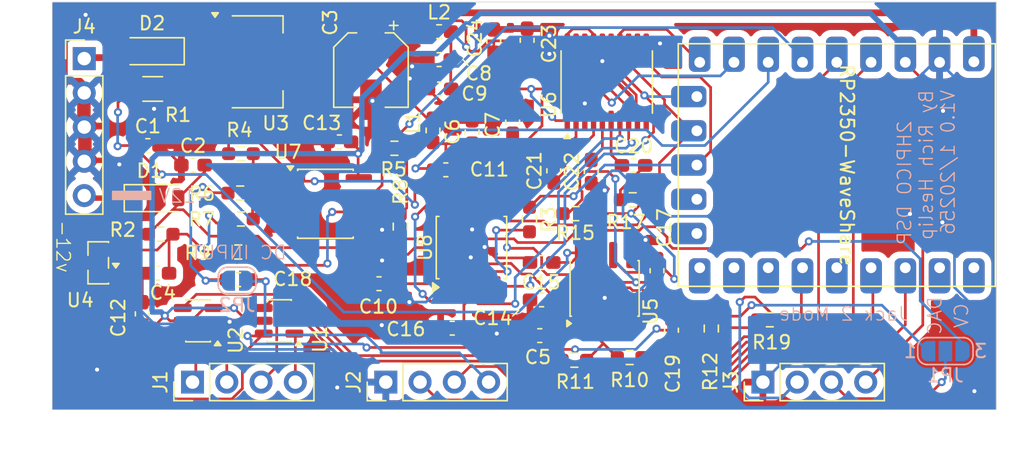
<source format=kicad_pcb>
(kicad_pcb (version 20241229) (generator "pcbnew") (generator_version "9.0")
  (layers (0 "F.Cu" signal) (2 "B.Cu" signal) (13 "F.Paste" user) (15 "B.Paste" user) (5 "F.SilkS" user "F.Silkscreen") (7 "B.SilkS" user "B.Silkscreen") (1 "F.Mask" user) (3 "B.Mask" user) (25 "Edge.Cuts" user))
  (net 0 "")
  (net 1 "GND")
  (net 2 "+12V")
  (net 3 "-12V")
  (net 4 "+5V")
  (net 5 "-10V")
  (net 6 "+3.3V")
  (net 7 "Net-(U8-VCC)")
  (net 8 "Net-(JP1-A)")
  (net 9 "Net-(J3-Pin_2)")
  (net 10 "Net-(D1-K)")
  (net 11 "Net-(D2-A)")
  (net 12 "Net-(J1-Pin_2)")
  (net 13 "Net-(J1-Pin_3)")
  (net 14 "Net-(J1-Pin_4)")
  (net 15 "Net-(J1-Pin_1)")
  (net 16 "Net-(J2-Pin_2)")
  (net 17 "Net-(J2-Pin_4)")
  (net 18 "Net-(J2-Pin_3)")
  (net 19 "Net-(J3-Pin_3)")
  (net 20 "Net-(U3-VI)")
  (net 21 "Net-(RZ1-GP26)")
  (net 22 "Net-(U7A--)")
  (net 23 "Net-(U7B--)")
  (net 24 "Net-(RZ1-GP27)")
  (net 25 "Net-(JP1-B)")
  (net 26 "Net-(RZ1-GP5)")
  (net 29 "Net-(RZ1-GP29)")
  (net 31 "Net-(RZ1-GP28)")
  (net 33 "/VIN")
  (net 39 "Net-(C5-Pad2)")
  (net 40 "Net-(U5A--)")
  (net 41 "Net-(C17-Pad2)")
  (net 42 "Net-(U5B--)")
  (net 43 "Net-(JP2-A)")
  (net 44 "Net-(U6-OUTR)")
  (net 45 "Net-(C19-Pad2)")
  (net 46 "Net-(C20-Pad2)")
  (net 47 "Net-(U6-OUTL)")
  (net 48 "+3.3VA")
  (net 49 "Net-(U8-SCKI)")
  (net 50 "/SCLK")
  (net 51 "/BCLK")
  (net 52 "Net-(U6-CAPP)")
  (net 53 "Net-(U6-CAPM)")
  (net 54 "/DOUT")
  (net 55 "Net-(U6-VNEG)")
  (net 56 "/LRCLK")
  (net 57 "Net-(U6-LDOO)")
  (net 58 "/DIN")
  (net 59 "Net-(U8-VREF)")
  (footprint "Package_SO:SOIC-8_3.9x4.9mm_P1.27mm" (layer "F.Cu") (at 95.275 65.245)
    (property "Reference" "U7")
    (property "Value" "MCP6022")
  )
  (footprint "Resistor_SMD:R_0603_1608Metric_Pad0.98x0.95mm_HandSolder" (layer "F.Cu") (at 83.0625 67.5)
    (property "Reference" "R2")
    (property "Value" "2.2k")
  )
  (footprint "Capacitor_SMD:C_0603_1608Metric_Pad1.08x0.95mm_HandSolder" (layer "F.Cu") (at 104.2 62.725 180)
    (property "Reference" "C11")
    (property "Value" "1u")
  )
  (footprint "Capacitor_SMD:C_0603_1608Metric_Pad1.08x0.95mm_HandSolder" (layer "F.Cu") (at 109.15 59.1875 90)
    (property "Reference" "C7")
    (property "Value" ".1u")
  )
  (footprint "Inductor_SMD:L_0603_1608Metric_Pad1.05x0.95mm_HandSolder" (layer "F.Cu") (at 103.25 59.8 -90)
    (property "Reference" "L1")
    (property "Value" "33uH")
  )
  (footprint "Connector_PinHeader_2.54mm:PinHeader_1x04_P2.54mm_Vertical" (layer "F.Cu") (at 99.75 78.475 90)
    (property "Reference" "J2")
    (property "Value" "Conn_01x04_Pin")
  )
  (footprint "Capacitor_SMD:C_0603_1608Metric_Pad1.08x0.95mm_HandSolder" (layer "F.Cu") (at 103.7375 56.725 180)
    (property "Reference" "C9")
    (property "Value" ".1u")
  )
  (footprint "Capacitor_SMD:C_0603_1608Metric_Pad1.08x0.95mm_HandSolder" (layer "F.Cu") (at 119.85 70.2125 -90)
    (property "Reference" "C17")
    (property "Value" "18p")
  )
  (footprint "Capacitor_SMD:C_0603_1608Metric_Pad1.08x0.95mm_HandSolder" (layer "F.Cu") (at 118.1125 62.4)
    (property "Reference" "C20")
    (property "Value" "10u")
  )
  (footprint "Capacitor_SMD:C_0603_1608Metric_Pad1.08x0.95mm_HandSolder" (layer "F.Cu") (at 106.15 59.925 90)
    (property "Reference" "C6")
    (property "Value" "10u")
  )
  (footprint "Capacitor_SMD:C_0603_1608Metric_Pad1.08x0.95mm_HandSolder" (layer "F.Cu") (at 114.975 62.85 90)
    (property "Reference" "C22")
    (property "Value" "2.2u")
  )
  (footprint "Inductor_SMD:L_0603_1608Metric_Pad1.05x0.95mm_HandSolder" (layer "F.Cu") (at 103.7 52.475)
    (property "Reference" "L2")
    (property "Value" "33uH")
  )
  (footprint "Capacitor_SMD:C_0603_1608Metric_Pad1.08x0.95mm_HandSolder" (layer "F.Cu") (at 110.225 53.1125 -90)
    (property "Reference" "C23")
    (property "Value" ".1u")
  )
  (footprint "Resistor_SMD:R_1206_3216Metric_Pad1.30x1.75mm_HandSolder" (layer "F.Cu") (at 82.475 56.725)
    (property "Reference" "R1")
    (property "Value" "100R")
  )
  (footprint "Resistor_SMD:R_0603_1608Metric_Pad0.98x0.95mm_HandSolder" (layer "F.Cu") (at 89.0125 61.525)
    (property "Reference" "R4")
    (property "Value" "20k")
  )
  (footprint "Capacitor_SMD:CP_Elec_5x5.9" (layer "F.Cu") (at 98.65 55.325 -90)
    (property "Reference" "C3")
    (property "Value" "22u")
  )
  (footprint "Resistor_SMD:R_0603_1608Metric_Pad0.98x0.95mm_HandSolder" (layer "F.Cu") (at 118.05 64.95)
    (property "Reference" "R17")
    (property "Value" "5.6k")
  )
  (footprint "Resistor_SMD:R_0603_1608Metric_Pad0.98x0.95mm_HandSolder" (layer "F.Cu") (at 117.825 76.65 180)
    (property "Reference" "R10")
    (property "Value" "5.6k")
  )
  (footprint "Package_TO_SOT_SMD:SOT-23" (layer "F.Cu") (at 78.4375 69.625 180)
    (property "Reference" "U4")
    (property "Value" "LM4040DBZ-10")
  )
  (footprint "Package_SO:SOIC-8_3.9x4.9mm_P1.27mm" (layer "F.Cu") (at 115.9675 71.525 90)
    (property "Reference" "U5")
    (property "Value" "TL072")
  )
  (footprint "Capacitor_SMD:C_0603_1608Metric_Pad1.08x0.95mm_HandSolder" (layer "F.Cu") (at 81.7 73.4125 90)
    (property "Reference" "C12")
    (property "Value" ".1u")
  )
  (footprint "Resistor_SMD:R_0603_1608Metric_Pad0.98x0.95mm_HandSolder" (layer "F.Cu") (at 128.2125 73.85)
    (property "Reference" "R19")
    (property "Value" "1k")
  )
  (footprint "Resistor_SMD:R_0603_1608Metric_Pad0.98x0.95mm_HandSolder" (layer "F.Cu") (at 110.4 66.4125 -90)
    (property "Reference" "R3")
    (property "Value" "33")
  )
  (footprint "Package_SO:TSSOP-20_4.4x6.5mm_P0.65mm" (layer "F.Cu") (at 116.125 56.2125 90)
    (property "Reference" "U6")
    (property "Value" "PCM5102A")
  )
  (footprint "Resistor_SMD:R_0603_1608Metric_Pad0.98x0.95mm_HandSolder" (layer "F.Cu") (at 113.8 65.975 180)
    (property "Reference" "R15")
    (property "Value" "39k")
  )
  (footprint "Capacitor_SMD:C_0603_1608Metric_Pad1.08x0.95mm_HandSolder" (layer "F.Cu") (at 88.8375 70.875)
    (property "Reference" "C18")
    (property "Value" "1u")
  )
  (footprint "Resistor_SMD:R_0603_1608Metric_Pad0.98x0.95mm_HandSolder" (layer "F.Cu") (at 89.0125 66.375 180)
    (property "Reference" "R7")
    (property "Value" "120k")
  )
  (footprint "Package_TO_SOT_SMD:SOT-23-6" (layer "F.Cu") (at 91.8375 73.925 180)
    (property "Reference" "U1")
    (property "Value" "74LVC1G3157")
  )
  (footprint "Capacitor_SMD:C_0603_1608Metric_Pad1.08x0.95mm_HandSolder" (layer "F.Cu") (at 96.3125 60.65 180)
    (property "Reference" "C13")
    (property "Value" ".1u")
  )
  (footprint "Capacitor_SMD:C_0603_1608Metric_Pad1.08x0.95mm_HandSolder" (layer "F.Cu") (at 85.4625 62.375)
    (property "Reference" "C2")
    (property "Value" "10u")
  )
  (footprint "Diode_SMD:D_SOD-123" (layer "F.Cu") (at 82.45 53.925 180)
    (property "Reference" "D2")
    (property "Value" "1N5819WS")
  )
  (footprint "Capacitor_SMD:C_0603_1608Metric_Pad1.08x0.95mm_HandSolder" (layer "F.Cu") (at 99.25 71.175)
    (property "Reference" "C10")
    (property "Value" "10u")
  )
  (footprint "Connector_PinHeader_2.54mm:PinHeader_1x05_P2.54mm_Vertical" (layer "F.Cu") (at 77.4 54.475)
    (property "Reference" "J4")
    (property "Value" "Conn_01x05_Pin")
  )
  (footprint "Capacitor_SMD:C_0603_1608Metric_Pad1.08x0.95mm_HandSolder" (layer "F.Cu") (at 120.925 74.625 -90)
    (property "Reference" "C19")
    (property "Value" "10u")
  )
  (footprint "Resistor_SMD:R_0603_1608Metric_Pad0.98x0.95mm_HandSolder" (layer "F.Cu") (at 88.8125 68.825 180)
    (property "Reference" "R9")
    (property "Value" "180k")
  )
  (footprint "Resistor_SMD:R_0603_1608Metric_Pad0.98x0.95mm_HandSolder" (layer "F.Cu") (at 100.825 66.9375 -90)
    (property "Reference" "R8")
    (property "Value" "100k")
  )
  (footprint "Capacitor_SMD:C_0603_1608Metric_Pad1.08x0.95mm_HandSolder" (layer "F.Cu") (at 104.675 74.475)
    (property "Reference" "C16")
    (property "Value" ".1u")
  )
  (footprint "Resistor_SMD:R_0603_1608Metric_Pad0.98x0.95mm_HandSolder" (layer "F.Cu") (at 123.875 74.5 90)
    (property "Reference" "R12")
    (property "Value" "1k")
  )
  (footprint "Connector_PinHeader_2.54mm:PinHeader_1x04_P2.54mm_Vertical" (layer "F.Cu") (at 85.425 78.475 90)
    (property "Reference" "J1")
    (property "Value" "Conn_01x04_Pin")
  )
  (footprint "Resistor_SMD:R_0603_1608Metric_Pad0.98x0.95mm_HandSolder" (layer "F.Cu") (at 113.725 76.85 180)
    (property "Reference" "R11")
    (property "Value" "39k")
  )
  (footprint "MyLibrary:RP2350-Waveshare" (layer "F.Cu") (at 120.475 52.21 -90)
    (property "Reference" "RZ1")
    (property "Value" "RP2350-WaveShare")
  )
  (footprint "Capacitor_SMD:C_0603_1608Metric_Pad1.08x0.95mm_HandSolder" (layer "F.Cu") (at 107.75 53.175 -90)
    (property "Reference" "C24")
    (property "Value" ".1u")
  )
  (footprint "Capacitor_SMD:C_0603_1608Metric_Pad1.08x0.95mm_HandSolder" (layer "F.Cu") (at 111.3 69.6 180)
    (property "Reference" "C15")
    (property "Value" ".1u")
  )
  (footprint "Capacitor_SMD:C_0603_1608Metric_Pad1.08x0.95mm_HandSolder" (layer "F.Cu") (at 111.3 72.375 180)
    (property "Reference" "C14")
    (property "Value" ".1u")
  )
  (footprint "Package_TO_SOT_SMD:SOT-23-6" (layer "F.Cu") (at 85.8375 73.925 180)
    (property "Reference" "U2")
    (property "Value" "74LVC1G3157")
  )
  (footprint "Package_TO_SOT_SMD:SOT-223-3_TabPin2" (layer "F.Cu") (at 90.225 54.7125)
    (property "Reference" "U3")
    (property "Value" "AMS1117-5.0")
  )
  (footprint "Resistor_SMD:R_0603_1608Metric_Pad0.98x0.95mm_HandSolder" (layer "F.Cu") (at 100.3875 61.125)
    (property "Reference" "R5")
    (property "Value" "47k")
  )
  (footprint "Capacitor_SMD:C_0603_1608Metric_Pad1.08x0.95mm_HandSolder" (layer "F.Cu") (at 82.1125 60.925)
    (property "Reference" "C1")
    (property "Value" "10u")
  )
  (footprint "Capacitor_SMD:C_0603_1608Metric_Pad1.08x0.95mm_HandSolder" (layer "F.Cu") (at 112.2 62.8 90)
    (property "Reference" "C21")
    (property "Value" "2.2u")
  )
  (footprint "Package_SO:TSSOP-14_4.4x5mm_P0.65mm" (layer "F.Cu") (at 106.1 68.495 90)
    (property "Reference" "U8")
    (property "Value" "PCM1808PWR")
  )
  (footprint "Connector_PinHeader_2.54mm:PinHeader_1x04_P2.54mm_Vertical" (layer "F.Cu") (at 127.7 78.475 90)
    (property "Reference" "J3")
    (property "Value" "Conn_01x04_Pin")
  )
  (footprint "Capacitor_SMD:C_0603_1608Metric_Pad1.08x0.95mm_HandSolder" (layer "F.Cu") (at 111.1625 75.025)
    (property "Reference" "C5")
    (property "Value" "18p")
  )
  (footprint "Diode_SMD:D_SOD-123" (layer "F.Cu") (at 82.725 64.825)
    (property "Reference" "D1")
    (property "Value" "1N5819WS")
  )
  (footprint "Capacitor_SMD:C_0603_1608Metric_Pad1.08x0.95mm_HandSolder" (layer "F.Cu") (at 82.825 70.4)
    (property "Reference" "C4")
    (property "Value" ".1u")
  )
  (footprint "Capacitor_SMD:C_0603_1608Metric_Pad1.08x0.95mm_HandSolder" (layer "F.Cu") (at 103.7 54.55 180)
    (property "Reference" "C8")
    (property "Value" "10u")
  )
  (footprint "Resistor_SMD:R_0603_1608Metric_Pad0.98x0.95mm_HandSolder" (layer "F.Cu") (at 88.9625 64.45 180)
    (property "Reference" "R6")
    (property "Value" "100k")
  )
  (footprint "Jumper:SolderJumper-2_P1.3mm_Open_RoundedPad1.0x1.5mm" (layer "B.Cu") (at 88.725 70.95)
    (property "Reference" "JP2")
    (property "Value" "DC INPUT")
  )
  (footprint "Jumper:SolderJumper-3_P1.3mm_Open_RoundedPad1.0x1.5mm_NumberLabels" (layer "B.Cu") (at 141.225 76.175)
    (property "Reference" "JP1")
    (property "Value" "JACK 2 SELECT")
  )
  (gr_line (start 92.8 67.15) (end 92.8 65.85) (stroke (width 0.2)) (layer "F.Cu") (net 1))
  (gr_line (start 109.15 73.575) (end 109.6 73.15) (stroke (width 0.1)) (layer "F.SilkS"))
  (gr_line (start 105.45 54.525) (end 105.85 54.975) (stroke (width 0.1)) (layer "F.SilkS"))
  (gr_rect (start 79.5 64.325) (end 82.325 64.925) (stroke (width 0.1)) (fill yes) (layer "B.SilkS"))
  (gr_rect (start 75.025 50.275) (end 145 80.525) (stroke (width 0.05)) (fill no) (layer "Edge.Cuts"))
  (gr_text "-12v" (at 75.25 66.4 270) (layer "F.SilkS") (effects (font (size 1 1) (thickness 0.1)) (justify left bottom)))
  (gr_text "CV" (at 143 72.55 90) (layer "B.SilkS") (effects (font (size 1 1) (thickness 0.1)) (justify left bottom mirror)))
  (gr_text "   2HPICO DSP\nBy Rich Heslip\nV1.0 1/20256" (at 142 56.725 90) (layer "B.SilkS") (effects (font (size 1 1) (thickness 0.1)) (justify left bottom mirror)))
  (gr_text "Jack 2 Mode" (at 138.55 74 0) (layer "B.SilkS") (effects (font (size 1 1) (thickness 0.1)) (justify left bottom mirror)))
  (gr_text "DC INPUT" (at 92.475 69.45 0) (layer "B.SilkS") (effects (font (size 1 1) (thickness 0.1)) (justify left bottom mirror)))
  (gr_text "DAC" (at 141.025 72.05 90) (layer "B.SilkS") (effects (font (size 1 1) (thickness 0.1)) (justify left bottom mirror)))
  (gr_text "-12V" (at 86.975 65.25 0) (layer "B.SilkS") (effects (font (size 1 1) (thickness 0.1)) (justify left bottom mirror)))
  (segment (start 110.4375 69.6) (end 110.1005 69.263) (width 0.2) (layer "F.Cu") (net 1))
  (segment (start 79.695 62.02) (end 80 62.325) (width 0.2) (layer "F.Cu") (net 1))
  (segment (start 116.6025 72.8525) (end 115.975 72.225) (width 0.2) (layer "F.Cu") (net 1))
  (segment (start 109.15 58.35) (end 109.15 58.325) (width 0.2) (layer "F.Cu") (net 1))
  (segment (start 106.15 65.675) (end 106.1 65.625) (width 0.2) (layer "F.Cu") (net 1))
  (segment (start 76.4375 52.4125) (end 87.075 52.4125) (width 0.5) (layer "F.Cu") (net 1))
  (segment (start 106.75 70.580001) (end 106.75 71.365) (width 0.2) (layer "F.Cu") (net 1))
  (segment (start 93.6375 73.925) (end 98.1875 78.475) (width 0.2) (layer "F.Cu") (net 1))
  (segment (start 77.875 59.48) (end 77.45 59.905) (width 1) (layer "F.Cu") (net 1))
  (segment (start 106.445799 70.2758) (end 106.75 70.580001) (width 0.2) (layer "F.Cu") (net 1))
  (segment (start 84.6 62.375) (end 83.15 60.925) (width 0.2) (layer "F.Cu") (net 1))
  (segment (start 115.8 54.661126) (end 115.8 53.35) (width 0.2) (layer "F.Cu") (net 1))
  (segment (start 77.4 57.015) (end 77.375 57.04) (width 1) (layer "F.Cu") (net 1))
  (segment (start 103.8125 74.475) (end 103.4382 74.475) (width 0.2) (layer "F.Cu") (net 1))
  (segment (start 98.3875 70.5375) (end 99.475 69.45) (width 0.2) (layer "F.Cu") (net 1))
  (segment (start 113.470198 54.3917) (end 112.1417 54.3917) (width 0.2) (layer "F.Cu") (net 1))
  (segment (start 77.4 57.015) (end 77.4 56.465) (width 0.5) (layer "F.Cu") (net 1))
  (segment (start 102.3375 55.05) (end 102.8375 54.55) (width 0.2) (layer "F.Cu") (net 1))
  (segment (start 98.3875 71.175) (end 98.3875 70.5375) (width 0.2) (layer "F.Cu") (net 1))
  (segment (start 77.875 62.02) (end 79.695 62.02) (width 0.4) (layer "F.Cu") (net 1))
  (segment (start 93.775 67.15) (end 92.8 67.15) (width 0.2) (layer "F.Cu") (net 1))
  (segment (start 95.45 59.605) (end 95.325 59.48) (width 0.2) (layer "F.Cu") (net 1))
  (segment (start 82.975 60.925) (end 82.975 59.53) (width 0.2) (layer "F.Cu") (net 1))
  (segment (start 119.05 59.075) (end 118.4 59.075) (width 0.2) (layer "F.Cu") (net 1))
  (segment (start 110.225 52.25) (end 111.35 52.25) (width 0.2) (layer "F.Cu") (net 1))
  (segment (start 75.925 56.15) (end 75.925 52.925) (width 0.5) (layer "F.Cu") (net 1))
  (segment (start 106.445799 69.620799) (end 106.046434 69.221434) (width 0.2) (layer "F.Cu") (net 1))
  (segment (start 112.1417 54.3917) (end 111.875 54.125) (width 0.2) (layer "F.Cu") (net 1))
  (segment (start 79.55 70.4) (end 79.375 70.575) (width 0.2) (layer "F.Cu") (net 1))
  (segment (start 110.1005 69.263) (end 107.8848 69.263) (width 0.2) (layer "F.Cu") (net 1))
  (segment (start 113.85 54.011898) (end 113.470198 54.3917) (width 0.2) (layer "F.Cu") (net 1))
  (segment (start 97.75 67.15) (end 92.8 67.15) (width 0.2) (layer "F.Cu") (net 1))
  (segment (start 95.275 65) (end 94.395 65.88) (width 0.2) (layer "F.Cu") (net 1))
  (segment (start 81.7 72.55) (end 81.7 70.6625) (width 0.2) (layer "F.Cu") (net 1))
  (segment (start 116.6025 74) (end 116.6025 72.8525) (width 0.2) (layer "F.Cu") (net 1))
  (segment (start 104.8 70.580001) (end 105.104201 70.2758) (width 0.2) (layer "F.Cu") (net 1))
  (segment (start 119 67.925) (end 118.9975 67.925) (width 0.2) (layer "F.Cu") (net 1))
  (segment (start 105.2125 59.0625) (end 106.15 59.0625) (width 0.2) (layer "F.Cu") (net 1))
  (segment (start 88.1 73.925) (end 88.175 74) (width 0.2) (layer "F.Cu") (net 1))
  (segment (start 103.4382 74.475) (end 101.5 72.5368) (width 0.2) (layer "F.Cu") (net 1))
  (segment (start 77.45 59.905) (end 77.45 61.595) (width 1) (layer "F.Cu") (net 1))
  (segment (start 105.45 65.625) (end 106.75 65.625) (width 0.2) (layer "F.Cu") (net 1))
  (segment (start 95.45 60.65) (end 95.45 59.605) (width 0.2) (layer "F.Cu") (net 1))
  (segment (start 81.7 70.6625) (end 81.9625 70.4) (width 0.2) (layer "F.Cu") (net 1))
  (segment (start 106.9125 52.3125) (end 106.45 52.775) (width 0.2) (layer "F.Cu") (net 1))
  (segment (start 104.8 71.365) (end 104.8 70.580001) (width 0.2) (layer "F.Cu") (net 1))
  (segment (start 94.395 65.88) (end 94.395 66.53) (width 0.2) (layer "F.Cu") (net 1))
  (segment (start 97.75 67.15) (end 99.45 67.15) (width 0.2) (layer "F.Cu") (net 1))
  (segment (start 115.4375 63.7125) (end 115.975 64.25) (width 0.2) (layer "F.Cu") (net 1))
  (segment (start 118.9975 67.925) (end 117.8725 69.05) (width 0.2) (layer "F.Cu") (net 1))
  (segment (start 86.975 73.925) (end 88.1 73.925) (width 0.2) (layer "F.Cu") (net 1))
  (segment (start 106.445799 70.2758) (end 106.445799 69.620799) (width 0.2) (layer "F.Cu") (net 1))
  (segment (start 119.05 53.35) (end 120.075 53.35) (width 0.2) (layer "F.Cu") (net 1))
  (segment (start 92.8 65.88) (end 92.0078 65.88) (width 0.2) (layer "F.Cu") (net 1))
  (segment (start 99.45 67.15) (end 99.475 67.175) (width 0.2) (layer "F.Cu") (net 1))
  (segment (start 77.45 61.595) (end 77.875 62.02) (width 1) (layer "F.Cu") (net 1))
  (segment (start 118.3096 57.170726) (end 115.8 54.661126) (width 0.2) (layer "F.Cu") (net 1))
  (segment (start 113.85 53.35) (end 113.85 54.011898) (width 0.2) (layer "F.Cu") (net 1))
  (segment (start 110.225 52.25) (end 107.8125 52.25) (width 0.2) (layer "F.Cu") (net 1))
  (segment (start 77.875 59.48) (end 83.025 59.48) (width 0.5) (layer "F.Cu") (net 1))
  (segment (start 81.9625 70.4) (end 79.55 70.4) (width 0.2) (layer "F.Cu") (net 1))
  (segment (start 83.025 59.48) (end 95.325 59.48) (width 0.5) (layer "F.Cu") (net 1))
  (segment (start 106.15 59.0625) (end 108.4375 59.0625) (width 0.2) (layer "F.Cu") (net 1))
  (segment (start 107.8125 52.25) (end 107.75 52.3125) (width 0.2) (layer "F.Cu") (net 1))
  (segment (start 96.695 59.48) (end 98.65 57.525) (width 0.5) (layer "F.Cu") (net 1))
  (segment (start 95.325 59.48) (end 96.695 59.48) (width 0.5) (layer "F.Cu") (net 1))
  (segment (start 111.35 52.25) (end 111.875 52.775) (width 0.2) (layer "F.Cu") (net 1))
  (segment (start 102.875 56.725) (end 102.3 56.725) (width 0.2) (layer "F.Cu") (net 1))
  (segment (start 106.15 67.15) (end 106.15 65.675) (width 0.2) (layer "F.Cu") (net 1))
  (segment (start 94.395 66.53) (end 93.775 67.15) (width 0.2) (layer "F.Cu") (net 1))
  (segment (start 77.085 56.15) (end 75.925 56.15) (width 0.5) (layer "F.Cu") (net 1))
  (segment (start 102.875 56.725) (end 102.875 54.5875) (width 0.2) (layer "F.Cu") (net 1))
  (segment (start 108.4375 59.0625) (end 109.15 58.35) (width 0.2) (layer "F.Cu") (net 1))
  (segment (start 77.375 58.98) (end 77.875 59.48) (width 1) (layer "F.Cu") (net 1))
  (segment (start 102.875 54.5875) (end 102.8375 54.55) (width 0.2) (layer "F.Cu") (net 1))
  (segment (start 92.975 73.925) (end 93.6375 73.925) (width 0.2) (layer "F.Cu") (net 1))
  (segment (start 83.15 60.925) (end 82.975 60.925) (width 0.2) (layer "F.Cu") (net 1))
  (segment (start 102.875 56.725) (end 105.2125 59.0625) (width 0.2) (layer "F.Cu") (net 1))
  (segment (start 95.275 59.53) (end 95.325 59.48) (width 0.2) (layer "F.Cu") (net 1))
  (segment (start 107.8848 69.263) (end 107.075 68.4532) (width 0.2) (layer "F.Cu") (net 1))
  (segment (start 114.975 63.7125) (end 115.4375 63.7125) (width 0.2) (layer "F.Cu") (net 1))
  (segment (start 77.4 56.465) (end 77.085 56.15) (width 0.5) (layer "F.Cu") (net 1))
  (segment (start 101.7 55.05) (end 102.3375 55.05) (width 0.2) (layer "F.Cu") (net 1))
  (segment (start 82.975 59.53) (end 83.025 59.48) (width 0.2) (layer "F.Cu") (net 1))
  (segment (start 77.375 57.04) (end 77.375 58.98) (width 1) (layer "F.Cu") (net 1))
  (segment (start 118.3096 58.9846) (end 118.3096 57.170726) (width 0.2) (layer "F.Cu") (net 1))
  (segment (start 102.3 56.725) (end 101.525 55.95) (width 0.2) (layer "F.Cu") (net 1))
  (segment (start 114.5 59.075) (end 114.5 57.8) (width 0.2) (layer "F.Cu") (net 1))
  (segment (start 118.4 59.075) (end 118.3096 58.9846) (width 0.2) (layer "F.Cu") (net 1))
  (segment (start 98.1875 78.475) (end 99.75 78.475) (width 0.2) (layer "F.Cu") (net 1))
  (segment (start 107.75 52.3125) (end 106.9125 52.3125) (width 0.2) (layer "F.Cu") (net 1))
  (segment (start 105.104201 70.2758) (end 106.445799 70.2758) (width 0.2) (layer "F.Cu") (net 1))
  (segment (start 75.925 52.925) (end 76.4375 52.4125) (width 0.5) (layer "F.Cu") (net 1))
  (segment (start 95.275 65) (end 95.275 59.53) (width 0.2) (layer "F.Cu") (net 1))
  (via (at 141 66.625) (size 0.6) (drill 0.3) (layers "F.Cu" "B.Cu") (net 1))
  (via (at 106.45 52.775) (size 0.6) (drill 0.3) (layers "F.Cu" "B.Cu") (net 1))
  (via (at 115.975 72.225) (size 0.6) (drill 0.3) (layers "F.Cu" "B.Cu") (net 1))
  (via (at 120.075 53.35) (size 0.6) (drill 0.3) (layers "F.Cu" "B.Cu") (net 1))
  (via (at 101.5 72.5368) (size 0.6) (drill 0.3) (layers "F.Cu" "B.Cu") (net 1))
  (via (at 78.35 77.55) (size 0.6) (drill 0.3) (layers "F.Cu" "B.Cu") (net 1))
  (via (at 98.761338 57.608138) (size 0.6) (drill 0.3) (layers "F.Cu" "B.Cu") (net 1))
  (via (at 101.525 55.95) (size 0.6) (drill 0.3) (layers "F.Cu" "B.Cu") (net 1))
  (via (at 111.875 54.125) (size 0.6) (drill 0.3) (layers "F.Cu" "B.Cu") (net 1))
  (via (at 106.046434 69.221434) (size 0.6) (drill 0.3) (layers "F.Cu" "B.Cu") (net 1))
  (via (at 99.475 69.45) (size 0.6) (drill 0.3) (layers "F.Cu" "B.Cu") (net 1))
  (via (at 115.8 54.661126) (size 0.6) (drill 0.3) (layers "F.Cu" "B.Cu") (net 1))
  (via (at 107.975 74.875) (size 0.6) (drill 0.3) (layers "F.Cu" "B.Cu") (net 1))
  (via (at 111.875 52.775) (size 0.6) (drill 0.3) (layers "F.Cu" "B.Cu") (net 1))
  (via (at 115.975 64.25) (size 0.6) (drill 0.3) (layers "F.Cu" "B.Cu") (net 1))
  (via (at 101.7 55.05) (size 0.6) (drill 0.3) (layers "F.Cu" "B.Cu") (net 1))
  (via (at 107.075 68.4532) (size 0.6) (drill 0.3) (layers "F.Cu" "B.Cu") (net 1))
  (via (at 82.575 58.2) (size 0.6) (drill 0.3) (layers "F.Cu" "B.Cu") (net 1))
  (via (at 80 62.325) (size 0.6) (drill 0.3) (layers "F.Cu" "B.Cu") (net 1))
  (via (at 138.6 66) (size 0.6) (drill 0.3) (layers "F.Cu" "B.Cu") (net 1))
  (via (at 88.175 74) (size 0.6) (drill 0.3) (layers "F.Cu" "B.Cu") (net 1))
  (via (at 119 67.925) (size 0.6) (drill 0.3) (layers "F.Cu" "B.Cu") (net 1))
  (via (at 143.375 79.15) (size 0.6) (drill 0.3) (layers "F.Cu" "B.Cu") (net 1))
  (via (at 141.05 58.35) (size 0.6) (drill 0.3) (layers "F.Cu" "B.Cu") (net 1))
  (via (at 114.5 57.8) (size 0.6) (drill 0.3) (layers "F.Cu" "B.Cu") (net 1))
  (via (at 99.475 67.175) (size 0.6) (drill 0.3) (layers "F.Cu" "B.Cu") (net 1))
  (via (at 99.45 74.25) (size 0.6) (drill 0.3) (layers "F.Cu" "B.Cu") (net 1))
  (via (at 96.15 78.875) (size 0.6) (drill 0.3) (layers "F.Cu" "B.Cu") (net 1))
  (via (at 77.5 51.225) (size 0.6) (drill 0.3) (layers "F.Cu" "B.Cu") (net 1))
  (via (at 106.15 67.15) (size 0.6) (drill 0.3) (layers "F.Cu" "B.Cu") (net 1))
  (segment (start 105.104468 55.05) (end 101.7 55.05) (width 0.2) (layer "B.Cu") (net 1))
  (segment (start 89.5 76.05) (end 95.825 76.05) (width 0.2) (layer "B.Cu") (net 1))
  (segment (start 114.5 57.8) (end 114.5 55.961126) (width 0.2) (layer "B.Cu") (net 1))
  (segment (start 106.046434 69.221434) (end 106.15 69.117868) (width 0.2) (layer "B.Cu") (net 1))
  (segment (start 120.075 53.35) (end 117.111126 53.35) (width 0.2) (layer "B.Cu") (net 1))
  (segment (start 143.738 73.2893) (end 141.899 71.4501) (width 0.2) (layer "B.Cu") (net 1))
  (segment (start 99.975 70.525) (end 99.975 72.35) (width 0.2) (layer "B.Cu") (net 1))
  (segment (start 82.5912 74.1542) (end 80.575 72.138) (width 0.2) (layer "B.Cu") (net 1))
  (segment (start 107.075 68.075) (end 106.15 67.15) (width 0.2) (layer "B.Cu") (net 1))
  (segment (start 101.525 55.95) (end 99.866862 57.608138) (width 0.2) (layer "B.Cu") (net 1))
  (segment (start 80.575 72.138) (end 80.575 69.325) (width 0.2) (layer "B.Cu") (net 1))
  (segment (start 119 71.229768) (end 119 67.925) (width 0.2) (layer "B.Cu") (net 1))
  (segment (start 99.475 69.45) (end 99.475 70.025) (width 0.2) (layer "B.Cu") (net 1))
  (segment (start 115.975 64.25) (end 115.975 63.328032) (width 0.2) (layer "B.Cu") (net 1))
  (segment (start 80.575 62.9) (end 80.575 69.4) (width 0.2) (layer "B.Cu") (net 1))
  (segment (start 117.3332 66.2582) (end 117.3332 65.3918) (width 0.2) (layer "B.Cu") (net 1))
  (segment (start 80 62.325) (end 80.575 62.9) (width 0.2) (layer "B.Cu") (net 1))
  (segment (start 141.899 55.8542) (end 140.795 54.75) (width 0.2) (layer "B.Cu") (net 1))
  (segment (start 99.475 70.025) (end 99.975 70.525) (width 0.2) (layer "B.Cu") (net 1))
  (segment (start 127.7 78.475) (end 128.854 77.3208) (width 0.2) (layer "B.Cu") (net 1))
  (segment (start 118.476484 64.248516) (end 119.7 65.472032) (width 0.2) (layer "B.Cu") (net 1))
  (segment (start 112.663874 54.125) (end 114.5 55.961126) (width 0.2) (layer "B.Cu") (net 1))
  (segment (start 128.95 66.175) (end 119.7 66.175) (width 0.2) (layer "B.Cu") (net 1))
  (segment (start 88.8773 74.025) (end 88.825 74.0773) (width 0.2) (layer "B.Cu") (net 1))
  (segment (start 88.0208 74.1542) (end 82.5912 74.1542) (width 0.2) (layer "B.Cu") (net 1))
  (segment (start 115.975 63.328032) (end 116.515232 62.7878) (width 0.2) (layer "B.Cu") (net 1))
  (segment (start 88.175 74) (end 88.2 74.025) (width 0.2) (layer "B.Cu") (net 1))
  (segment (start 118.004768 72.225) (end 119 71.229768) (width 0.2) (layer "B.Cu") (net 1))
  (segment (start 111.875 54.125) (end 112.663874 54.125) (width 0.2) (layer "B.Cu") (net 1))
  (segment (start 141.368 79.4834) (end 143.738 77.1127) (width 0.2) (layer "B.Cu") (net 1))
  (segment (start 88.825 74.0773) (end 88.825 75.375) (width 0.2) (layer "B.Cu") (net 1))
  (segment (start 98.325 78.55) (end 98.4 78.475) (width 0.2) (layer "B.Cu") (net 1))
  (segment (start 140.532 79.4834) (end 141.368 79.4834) (width 0.2) (layer "B.Cu") (net 1))
  (segment (start 143.738 77.1127) (end 143.738 73.2893) (width 0.2) (layer "B.Cu") (net 1))
  (segment (start 111.875 54.125) (end 111.775 54.025) (width 0.2) (layer "B.Cu") (net 1))
  (segment (start 117.015768 62.7878) (end 118.476484 64.248516) (width 0.2) (layer "B.Cu") (net 1))
  (segment (start 140.375 54.75) (end 128.95 66.175) (width 0.2) (layer "B.Cu") (net 1))
  (segment (start 98.4 78.475) (end 99.75 78.475) (width 0.2) (layer "B.Cu") (net 1))
  (segment (start 99.866862 57.608138) (end 98.761338 57.608138) (width 0.2) (layer "B.Cu") (net 1))
  (segment (start 117.111126 53.35) (end 115.8 54.661126) (width 0.2) (layer "B.Cu") (net 1))
  (segment (start 99.975 72.35) (end 100.1618 72.5368) (width 0.2) (layer "B.Cu") (net 1))
  (segment (start 106.45 53.704468) (end 105.104468 55.05) (width 0.2) (layer "B.Cu") (net 1))
  (segment (start 107.075 68.4532) (end 107.075 68.075) (width 0.2) (layer "B.Cu") (net 1))
  (segment (start 119 67.925) (end 117.3332 66.2582) (width 0.2) (layer "B.Cu") (net 1))
  (segment (start 106.15 69.117868) (end 106.15 67.15) (width 0.2) (layer "B.Cu") (net 1))
  (segment (start 141.899 71.4501) (end 141.899 55.8542) (width 0.2) (layer "B.Cu") (net 1))
  (segment (start 128.854 77.3208) (end 138.37 77.3208) (width 0.2) (layer "B.Cu") (net 1))
  (segment (start 116.515232 62.7878) (end 117.015768 62.7878) (width 0.2) (layer "B.Cu") (net 1))
  (segment (start 106.45 52.775) (end 106.45 53.704468) (width 0.2) (layer "B.Cu") (net 1))
  (segment (start 117.3332 65.3918) (end 118.476484 64.248516) (width 0.2) (layer "B.Cu") (net 1))
  (segment (start 138.37 77.3208) (end 140.532 79.4834) (width 0.2) (layer "B.Cu") (net 1))
  (segment (start 101.5 72.5368) (end 102.731068 72.5368) (width 0.2) (layer "B.Cu") (net 1))
  (segment (start 114.5 55.961126) (end 115.8 54.661126) (width 0.2) (layer "B.Cu") (net 1))
  (segment (start 99.475 67.175) (end 99.475 69.45) (width 0.2) (layer "B.Cu") (net 1))
  (segment (start 102.731068 72.5368) (end 106.046434 69.221434) (width 0.2) (layer "B.Cu") (net 1))
  (segment (start 100.1618 72.5368) (end 101.5 72.5368) (width 0.2) (layer "B.Cu") (net 1))
  (segment (start 88.2 74.025) (end 88.8773 74.025) (width 0.2) (layer "B.Cu") (net 1))
  (segment (start 88.175 74) (end 88.0208 74.1542) (width 0.2) (layer "B.Cu") (net 1))
  (segment (start 140.795 54.75) (end 140.375 54.75) (width 0.2) (layer "B.Cu") (net 1))
  (segment (start 95.825 76.05) (end 98.325 78.55) (width 0.2) (layer "B.Cu") (net 1))
  (segment (start 115.975 72.225) (end 118.004768 72.225) (width 0.2) (layer "B.Cu") (net 1))
  (segment (start 119.7 65.472032) (end 119.7 66.175) (width 0.2) (layer "B.Cu") (net 1))
  (segment (start 111.875 52.775) (end 111.875 54.125) (width 0.2) (layer "B.Cu") (net 1))
  (segment (start 88.825 75.375) (end 89.5 76.05) (width 0.2) (layer "B.Cu") (net 1))
  (segment (start 113.8998 68.8873) (end 114.0625 69.05) (width 0.2) (layer "F.Cu") (net 2))
  (segment (start 81.5364 56.4886) (end 80.95 57.075) (width 0.5) (layer "F.Cu") (net 2))
  (segment (start 113.1934 68.8873) (end 113.8998 68.8873) (width 0.2) (layer "F.Cu") (net 2))
  (segment (start 83.161 63.0704) (end 81.25 61.1594) (width 0.2) (layer "F.Cu") (net 2))
  (segment (start 81.25 60.925) (end 79.925 60.925) (width 0.2) (layer "F.Cu") (net 2))
  (segment (start 84.1 53.925) (end 81.5364 56.4886) (width 0.5) (layer "F.Cu") (net 2))
  (segment (start 79.9 57.75) (end 79.9 58.45) (width 0.2) (layer "F.Cu") (net 2))
  (segment (start 112.1625 69.6) (end 113.5125 69.6) (width 0.2) (layer "F.Cu") (net 2))
  (segment (start 79.925 60.925) (end 79.875 60.975) (width 0.2) (layer "F.Cu") (net 2))
  (segment (start 81.5364 56.4886) (end 81.1614 56.4886) (width 0.2) (layer "F.Cu") (net 2))
  (segment (start 81.1614 56.4886) (end 80.925 56.725) (width 0.2) (layer "F.Cu") (net 2))
  (segment (start 80.925 56.725) (end 79.9 57.75) (width 0.2) (layer "F.Cu") (net 2))
  (segment (start 113.5125 69.6) (end 114.0625 69.05) (width 0.2) (layer "F.Cu") (net 2))
  (segment (start 81.25 61.1594) (end 81.25 60.925) (width 0.2) (layer "F.Cu") (net 2))
  (segment (start 80.95 57.075) (end 80.95 57.275) (width 0.2) (layer "F.Cu") (net 2))
  (via (at 113.1934 68.8873) (size 0.6) (drill 0.3) (layers "F.Cu" "B.Cu") (net 2))
  (via (at 79.875 60.975) (size 0.6) (drill 0.3) (layers "F.Cu" "B.Cu") (net 2))
  (via (at 83.161 63.0704) (size 0.6) (drill 0.3) (layers "F.Cu" "B.Cu") (net 2))
  (via (at 79.9 58.45) (size 0.6) (drill 0.3) (layers "F.Cu" "B.Cu") (net 2))
  (segment (start 113.1933 69.6678) (end 113.1933 68.8873) (width 0.2) (layer "B.Cu") (net 2))
  (segment (start 83.161 63.0704) (end 86.4261 63.0704) (width 0.2) (layer "B.Cu") (net 2))
  (segment (start 79.875 58.475) (end 79.9 58.45) (width 0.2) (layer "B.Cu") (net 2))
  (segment (start 109.5861 73.275) (end 113.1933 69.6678) (width 0.2) (layer "B.Cu") (net 2))
  (segment (start 86.4261 63.0704) (end 96.6307 73.275) (width 0.2) (layer "B.Cu") (net 2))
  (segment (start 79.875 60.975) (end 79.875 58.475) (width 0.2) (layer "B.Cu") (net 2))
  (segment (start 96.6307 73.275) (end 109.5861 73.275) (width 0.2) (layer "B.Cu") (net 2))
  (segment (start 113.1933 68.8873) (end 113.1934 68.8873) (width 0.2) (layer "B.Cu") (net 2))
  (segment (start 86.325 62.375) (end 86.325 62.875) (width 0.2) (layer "F.Cu") (net 3))
  (segment (start 86.7 67.65) (end 90.2869 67.65) (width 0.2) (layer "F.Cu") (net 3))
  (segment (start 100.175 69) (end 101.4 69) (width 0.2) (layer "F.Cu") (net 3))
  (segment (start 106.025 68.5) (end 106.142234 68.617234) (width 0.2) (layer "F.Cu") (net 3))
  (segment (start 106.296702 68.617234) (end 106.650634 68.971166) (width 0.2) (layer "F.Cu") (net 3))
  (segment (start 108.491632 69.7) (end 108.524432 69.6672) (width 0.2) (layer "F.Cu") (net 3))
  (segment (start 106.142234 68.617234) (end 106.296702 68.617234) (width 0.2) (layer "F.Cu") (net 3))
  (segment (start 112.1625 72.1395) (end 112.1625 72.375) (width 0.2) (layer "F.Cu") (net 3))
  (segment (start 83.9609 65.6891) (end 84.7391 65.6891) (width 0.2) (layer "F.Cu") (net 3))
  (segment (start 86.325 62.875) (end 84.375 64.825) (width 0.2) (layer "F.Cu") (net 3))
  (segment (start 101.4 69) (end 101.9 68.5) (width 0.2) (layer "F.Cu") (net 3))
  (segment (start 99.675 68.5) (end 100.175 69) (width 0.2) (layer "F.Cu") (net 3))
  (segment (start 109.8121 70.4533) (end 110.4763 70.4533) (width 0.2) (layer "F.Cu") (net 3))
  (segment (start 83.9609 65.6891) (end 84.375 65.275) (width 0.2) (layer "F.Cu") (net 3))
  (segment (start 82.15 67.5) (end 83.9609 65.6891) (width 0.2) (layer "F.Cu") (net 3))
  (segment (start 116.57285 71.8834) (end 117.1834 71.8834) (width 0.2) (layer "F.Cu") (net 3))
  (segment (start 109.057768 69.7) (end 109.0588 69.7) (width 0.2) (layer "F.Cu") (net 3))
  (segment (start 84.7391 65.6891) (end 86.7 67.65) (width 0.2) (layer "F.Cu") (net 3))
  (segment (start 106.650634 69.125634) (end 107.225 69.7) (width 0.2) (layer "F.Cu") (net 3))
  (segment (start 107.225 69.7) (end 108.491632 69.7) (width 0.2) (layer "F.Cu") (net 3))
  (segment (start 91.1369 68.5) (end 99.675 68.5) (width 0.2) (layer "F.Cu") (net 3))
  (segment (start 112.1625 72.375) (end 113.1875 71.35) (width 0.2) (layer "F.Cu") (net 3))
  (segment (start 84.375 65.275) (end 84.375 64.825) (width 0.2) (layer "F.Cu") (net 3))
  (segment (start 109.024968 69.6672) (end 109.057768 69.7) (width 0.2) (layer "F.Cu") (net 3))
  (segment (start 90.2869 67.65) (end 91.1369 68.5) (width 0.2) (layer "F.Cu") (net 3))
  (segment (start 113.1875 71.35) (end 116.03945 71.35) (width 0.2) (layer "F.Cu") (net 3))
  (segment (start 110.4763 70.4533) (end 112.1625 72.1395) (width 0.2) (layer "F.Cu") (net 3))
  (segment (start 106.650634 68.971166) (end 106.650634 69.125634) (width 0.2) (layer "F.Cu") (net 3))
  (segment (start 116.03945 71.35) (end 116.57285 71.8834) (width 0.2) (layer "F.Cu") (net 3))
  (segment (start 109.0588 69.7) (end 109.8121 70.4533) (width 0.2) (layer "F.Cu") (net 3))
  (segment (start 117.8725 72.5725) (end 117.8725 74) (width 0.2) (layer "F.Cu") (net 3))
  (segment (start 117.1834 71.8834) (end 117.8725 72.5725) (width 0.2) (layer "F.Cu") (net 3))
  (segment (start 101.9 68.5) (end 106.025 68.5) (width 0.2) (layer "F.Cu") (net 3))
  (segment (start 108.524432 69.6672) (end 109.024968 69.6672) (width 0.2) (layer "F.Cu") (net 3))
  (segment (start 97.375 51.85) (end 91.225 51.85) (width 0.5) (layer "F.Cu") (net 4))
  (segment (start 143.335 51.21) (end 143.2 51.075) (width 0.2) (layer "F.Cu") (net 4))
  (segment (start 93.1979 53.9397) (end 97.8506 53.9397) (width 0.2) (layer "F.Cu") (net 4))
  (segment (start 98.65 53.125) (end 100.7 51.075) (width 0.5) (layer "F.Cu") (net 4))
  (segment (start 93.375 54.7125) (end 91.3597 54.7125) (width 0.2) (layer "F.Cu") (net 4))
  (segment (start 91.3597 54.7125) (end 92.4251 54.7125) (width 0.2) (layer "F.Cu") (net 4))
  (segment (start 91.3597 54.7125) (end 88.3625 54.7125) (width 0.2) (layer "F.Cu") (net 4))
  (segment (start 143.335 54.71) (end 143.335 51.21) (width 0.5) (layer "F.Cu") (net 4))
  (segment (start 91.225 51.85) (end 88.3625 54.7125) (width 0.5) (layer "F.Cu") (net 4))
  (segment (start 88.3625 54.7125) (end 87.075 54.7125) (width 0.5) (layer "F.Cu") (net 4))
  (segment (start 142.23 51.075) (end 143.2 51.075) (width 0.5) (layer "F.Cu") (net 4))
  (segment (start 100.7 51.075) (end 142.23 51.075) (width 0.5) (layer "F.Cu") (net 4))
  (segment (start 92.4251 54.7125) (end 93.1979 53.9397) (width 0.2) (layer "F.Cu") (net 4))
  (segment (start 97.8506 53.9397) (end 102.8359 58.925) (width 0.2) (layer "F.Cu") (net 4))
  (segment (start 98.65 53.125) (end 97.375 51.85) (width 0.5) (layer "F.Cu") (net 4))
  (segment (start 102.8359 58.925) (end 103.25 58.925) (width 0.2) (layer "F.Cu") (net 4))
  (segment (start 143.185 53.51) (end 143.175 53.5) (width 0.5) (layer "B.Cu") (net 4))
  (segment (start 143.335 53.66) (end 143.335 54.71) (width 0.2) (layer "B.Cu") (net 4))
  (segment (start 143.185 53.51) (end 143.335 53.66) (width 0.2) (layer "B.Cu") (net 4))
  (segment (start 79.375 68.675) (end 82.8 68.675) (width 0.2) (layer "F.Cu") (net 5))
  (segment (start 83.6875 70.4) (end 83.6875 67.7875) (width 0.2) (layer "F.Cu") (net 5))
  (segment (start 87.2 66.675) (end 86.65 66.125) (width 0.2) (layer "F.Cu") (net 5))
  (segment (start 86.35 68.825) (end 86.075 68.55) (width 0.2) (layer "F.Cu") (net 5))
  (segment (start 85.025 67.5) (end 83.975 67.5) (width 0.2) (layer "F.Cu") (net 5))
  (segment (start 88.05 66.675) (end 87.2 66.675) (width 0.2) (layer "F.Cu") (net 5))
  (segment (start 82.8 68.675) (end 83.975 67.5) (width 0.2) (layer "F.Cu") (net 5))
  (segment (start 87.9 68.825) (end 86.35 68.825) (width 0.2) (layer "F.Cu") (net 5))
  (segment (start 86.075 68.55) (end 85.025 67.5) (width 0.2) (layer "F.Cu") (net 5))
  (segment (start 83.6875 67.7875) (end 83.975 67.5) (width 0.2) (layer "F.Cu") (net 5))
  (via (at 86.075 68.55) (size 0.6) (drill 0.3) (layers "F.Cu" "B.Cu") (net 5))
  (via (at 86.65 66.125) (size 0.6) (drill 0.3) (layers "F.Cu" "B.Cu") (net 5))
  (segment (start 86.125 68.6) (end 86.075 68.55) (width 0.2) (layer "B.Cu") (net 5))
  (segment (start 86.65 68.175) (end 86.225 68.6) (width 0.2) (layer "B.Cu") (net 5))
  (segment (start 86.65 66.125) (end 86.65 68.175) (width 0.2) (layer "B.Cu") (net 5))
  (segment (start 86.225 68.6) (end 86.125 68.6) (width 0.2) (layer "B.Cu") (net 5))
  (segment (start 114.7539 52.2705) (end 113.5952 52.2705) (width 0.2) (layer "F.Cu") (net 6))
  (segment (start 105.7 51.9875) (end 105.3745 51.662) (width 0.2) (layer "F.Cu") (net 6))
  (segment (start 83.375 73.55) (end 83.75 73.925) (width 0.2) (layer "F.Cu") (net 6))
  (segment (start 90.7 73.925) (end 89.45 73.925) (width 0.2) (layer "F.Cu") (net 6))
  (segment (start 81.7 74.275) (end 82.65 74.275) (width 0.2) (layer "F.Cu") (net 6))
  (segment (start 89.45 73.925) (end 88.5 72.975) (width 0.2) (layer "F.Cu") (net 6))
  (segment (start 97.7 61.525) (end 97.7 61.175) (width 0.2) (layer "F.Cu") (net 6))
  (segment (start 139.55 56.045) (end 139.55 74.245) (width 0.2) (layer "F.Cu") (net 6))
  (segment (start 109.66 53.1558) (end 109.69702 53.19282) (width 0.2) (layer "F.Cu") (net 6))
  (segment (start 107.75 53.1558) (end 109.66 53.1558) (width 0.2) (layer "F.Cu") (net 6))
  (segment (start 106.025 53.925) (end 106.6 53.925) (width 0.2) (layer "F.Cu") (net 6))
  (segment (start 109.75654 53.1333) (end 110.69346 53.1333) (width 0.2) (layer "F.Cu") (net 6))
  (segment (start 82.65 74.275) (end 83.375 73.55) (width 0.2) (layer "F.Cu") (net 6))
  (segment (start 107.3692 53.1558) (end 107.75 53.1558) (width 0.2) (layer "F.Cu") (net 6))
  (segment (start 111.0042 53.44404) (end 111.0042 53.5) (width 0.2) (layer "F.Cu") (net 6))
  (segment (start 109.69702 53.19282) (end 109.75654 53.1333) (width 0.2) (layer "F.Cu") (net 6))
  (segment (start 105.7 53.6) (end 105.7 51.9875) (width 0.2) (layer "F.Cu") (net 6))
  (segment (start 105.7 53.6) (end 106.025 53.925) (width 0.2) (layer "F.Cu") (net 6))
  (segment (start 105.3745 51.662) (end 103.638 51.662) (width 0.2) (layer "F.Cu") (net 6))
  (segment (start 97.7 63.29) (end 97.75 63.34) (width 0.2) (layer "F.Cu") (net 6))
  (segment (start 106.6 53.925) (end 107.3692 53.1558) (width 0.2) (layer "F.Cu") (net 6))
  (segment (start 113.05 53.5) (end 113.2 53.35) (width 0.2) (layer "F.Cu") (net 6))
  (segment (start 108.1 54.3875) (end 107.75 54.0375) (width 0.2) (layer "F.Cu") (net 6))
  (segment (start 138.255 54.75) (end 139.55 56.045) (width 0.2) (layer "F.Cu") (net 6))
  (segment (start 115.15 52.6666) (end 114.7539 52.2705) (width 0.2) (layer "F.Cu") (net 6))
  (segment (start 83.75 73.925) (end 84.7 73.925) (width 0.2) (layer "F.Cu") (net 6))
  (segment (start 111.0042 53.5) (end 113.05 53.5) (width 0.2) (layer "F.Cu") (net 6))
  (segment (start 139.55 74.245) (end 135.32 78.475) (width 0.2) (layer "F.Cu") (net 6))
  (segment (start 97.7 61.525) (end 97.7 63.29) (width 0.2) (layer "F.Cu") (net 6))
  (segment (start 107.75 53.1558) (end 107.75 54.0375) (width 0.2) (layer "F.Cu") (net 6))
  (segment (start 115.15 53.35) (end 115.15 52.6666) (width 0.2) (layer "F.Cu") (net 6))
  (segment (start 103.638 51.662) (end 102.825 52.475) (width 0.2) (layer "F.Cu") (net 6))
  (segment (start 110.69346 53.1333) (end 111.0042 53.44404) (width 0.2) (layer "F.Cu") (net 6))
  (segment (start 113.5952 52.2705) (end 113.2 52.6657) (width 0.2) (layer "F.Cu") (net 6))
  (segment (start 113.2 52.6657) (end 113.2 53.35) (width 0.2) (layer "F.Cu") (net 6))
  (segment (start 97.7 61.175) (end 97.175 60.65) (width 0.2) (layer "F.Cu") (net 6))
  (via (at 105.7 53.6) (size 0.6) (drill 0.3) (layers "F.Cu" "B.Cu") (net 6))
  (via (at 97.7 61.525) (size 0.6) (drill 0.3) (layers "F.Cu" "B.Cu") (net 6))
  (via (at 88.5 72.975) (size 0.6) (drill 0.3) (layers "F.Cu" "B.Cu") (net 6))
  (via (at 83.375 73.55) (size 0.6) (drill 0.3) (layers "F.Cu" "B.Cu") (net 6))
  (segment (start 97.975 57.4) (end 97.975 60.6934) (width 0.4) (layer "B.Cu") (net 6))
  (segment (start 103.5 54.1) (end 101.275 54.1) (width 0.4) (layer "B.Cu") (net 6))
  (segment (start 82.425 73.275) (end 83.1 73.275) (width 0.4) (layer "B.Cu") (net 6))
  (segment (start 135.655 51.1) (end 106.7495 51.1) (width 0.4) (layer "B.Cu") (net 6))
  (segment (start 104.97475 52.87475) (end 105.9495 51.9) (width 0.2) (layer "B.Cu") (net 6))
  (segment (start 97.975 60.6934) (end 97.975 61.25) (width 0.4) (layer "B.Cu") (net 6))
  (segment (start 106.7495 51.1) (end 105.9495 51.9) (width 0.4) (layer "B.Cu") (net 6))
  (segment (start 83.95 72.975) (end 83.375 73.55) (width 0.2) (layer "B.Cu") (net 6))
  (segment (start 83.1 73.275) (end 83.375 73.55) (width 0.4) (layer "B.Cu") (net 6))
  (segment (start 105.7 51.9) (end 103.5 54.1) (width 0.4) (layer "B.Cu") (net 6))
  (segment (start 101.275 54.1) (end 97.975 57.4) (width 0.4) (layer "B.Cu") (net 6))
  (segment (start 97.7 61.525) (end 82.825 61.525) (width 0.4) (layer "B.Cu") (net 6))
  (segment (start 105.9495 51.9) (end 105.7 51.9) (width 0.4) (layer "B.Cu") (net 6))
  (segment (start 82.425 61.925) (end 82.425 73.275) (width 0.4) (layer "B.Cu") (net 6))
  (segment (start 105.7 53.6) (end 104.97475 52.87475) (width 0.2) (layer "B.Cu") (net 6))
  (segment (start 97.975 61.25) (end 97.7 61.525) (width 0.4) (layer "B.Cu") (net 6))
  (segment (start 138.255 53.7) (end 138.255 54.75) (width 0.2) (layer "B.Cu") (net 6))
  (segment (start 82.825 61.525) (end 82.425 61.925) (width 0.4) (layer "B.Cu") (net 6))
  (segment (start 88.5 72.975) (end 83.95 72.975) (width 0.2) (layer "B.Cu") (net 6))
  (segment (start 138.105 53.55) (end 138.255 53.7) (width 0.2) (layer "B.Cu") (net 6))
  (segment (start 138.105 53.55) (end 135.655 51.1) (width 0.4) (layer "B.Cu") (net 6))
  (segment (start 108.4375 60.7875) (end 108.4375 60.7625) (width 0.2) (layer "F.Cu") (net 7))
  (segment (start 105.45 71.365) (end 105.45 72.1177) (width 0.2) (layer "F.Cu") (net 7))
  (segment (start 103.0194 72.4712) (end 102.4808 71.9326) (width 0.2) (layer "F.Cu") (net 7))
  (segment (start 104.2 60.7875) (end 106.15 60.7875) (width 0.2) (layer "F.Cu") (net 7))
  (segment (start 105.45 72.1177) (end 105.0965 72.4712) (width 0.2) (layer "F.Cu") (net 7))
  (segment (start 103.3625 60.7875) (end 104.2 60.7875) (width 0.2) (layer "F.Cu") (net 7))
  (segment (start 103.25 60.675) (end 103.3625 60.7875) (width 0.2) (layer "F.Cu") (net 7))
  (segment (start 104.2 63.9245) (end 104.2 60.7875) (width 0.2) (layer "F.Cu") (net 7))
  (segment (start 108.4375 60.7625) (end 109.15 60.05) (width 0.2) (layer "F.Cu") (net 7))
  (segment (start 101.922 66.2025) (end 104.2 63.9245) (width 0.2) (layer "F.Cu") (net 7))
  (segment (start 105.0965 72.4712) (end 103.0194 72.4712) (width 0.2) (layer "F.Cu") (net 7))
  (segment (start 106.15 60.7875) (end 108.4375 60.7875) (width 0.2) (layer "F.Cu") (net 7))
  (via (at 101.922 66.2025) (size 0.6) (drill 0.3) (layers "F.Cu" "B.Cu") (net 7))
  (via (at 102.4808 71.9326) (size 0.6) (drill 0.3) (layers "F.Cu" "B.Cu") (net 7))
  (segment (start 102.4808 71.9326) (end 101.922 71.3738) (width 0.2) (layer "B.Cu") (net 7))
  (segment (start 101.922 71.3738) (end 101.922 66.2025) (width 0.2) (layer "B.Cu") (net 7))
  (segment (start 126.0365 73.5875) (end 123.875 73.5875) (width 0.2) (layer "F.Cu") (net 8))
  (segment (start 126.8561 72.7679) (end 126.0365 73.5875) (width 0.2) (layer "F.Cu") (net 8))
  (via (at 126.8561 72.7679) (size 0.6) (drill 0.3) (layers "F.Cu" "B.Cu") (net 8))
  (segment (start 136.5179 72.7679) (end 126.8561 72.7679) (width 0.2) (layer "B.Cu") (net 8))
  (segment (start 139.925 76.175) (end 136.5179 72.7679) (width 0.2) (layer "B.Cu") (net 8))
  (segment (start 128.7937 73.85) (end 127.1067 72.163) (width 0.2) (layer "F.Cu") (net 9))
  (segment (start 127.1067 72.163) (end 126.3578 72.163) (width 0.2) (layer "F.Cu") (net 9))
  (segment (start 126.3578 72.163) (end 125.987 72.5338) (width 0.2) (layer "F.Cu") (net 9))
  (segment (start 129.125 73.85) (end 128.7937 73.85) (width 0.2) (layer "F.Cu") (net 9))
  (via (at 125.987 72.5338) (size 0.6) (drill 0.3) (layers "F.Cu" "B.Cu") (net 9))
  (segment (start 129.0666 79.6484) (end 130.24 78.475) (width 0.2) (layer "B.Cu") (net 9))
  (segment (start 130.24 78.475) (end 129.086 79.6292) (width 0.2) (layer "B.Cu") (net 9))
  (segment (start 125.987 72.5338) (end 125.987 78.9578) (width 0.2) (layer "B.Cu") (net 9))
  (segment (start 125.987 78.9578) (end 126.6776 79.6484) (width 0.2) (layer "B.Cu") (net 9))
  (segment (start 126.6776 79.6484) (end 129.0666 79.6484) (width 0.2) (layer "B.Cu") (net 9))
  (segment (start 77.59 64.825) (end 77.4 64.635) (width 0.4) (layer "F.Cu") (net 10))
  (segment (start 81.075 64.825) (end 77.59 64.825) (width 0.4) (layer "F.Cu") (net 10))
  (segment (start 77.4 64.635) (end 77.8 64.635) (width 0.2) (layer "F.Cu") (net 10))
  (segment (start 77.8 64.635) (end 77.875 64.56) (width 0.2) (layer "F.Cu") (net 10))
  (segment (start 80.325 54.4) (end 80.8 53.925) (width 0.2) (layer "F.Cu") (net 11))
  (segment (start 77.4 54.475) (end 77.475 54.4) (width 0.5) (layer "F.Cu") (net 11))
  (segment (start 77.475 54.4) (end 80.325 54.4) (width 0.5) (layer "F.Cu") (net 11))
  (segment (start 86.975 74.875) (end 87.965 75.865) (width 0.2) (layer "F.Cu") (net 12))
  (segment (start 87.965 75.865) (end 87.965 78.475) (width 0.2) (layer "F.Cu") (net 12))
  (segment (start 91.6667 73.6208) (end 92.3125 72.975) (width 0.2) (layer "F.Cu") (net 13))
  (segment (start 91.6667 77.3133) (end 91.6667 73.6208) (width 0.2) (layer "F.Cu") (net 13))
  (segment (start 90.505 78.475) (end 91.6667 77.3133) (width 0.2) (layer "F.Cu") (net 13))
  (segment (start 92.3125 72.975) (end 92.975 72.975) (width 0.2) (layer "F.Cu") (net 13))
  (segment (start 93.045 74.945) (end 92.975 74.875) (width 0.2) (layer "F.Cu") (net 14))
  (segment (start 93.045 78.475) (end 93.045 74.945) (width 0.2) (layer "F.Cu") (net 14))
  (segment (start 85.425 78.475) (end 85.6667 78.2333) (width 0.2) (layer "F.Cu") (net 15))
  (segment (start 85.6667 73.6208) (end 86.3125 72.975) (width 0.2) (layer "F.Cu") (net 15))
  (segment (start 86.3125 72.975) (end 86.975 72.975) (width 0.2) (layer "F.Cu") (net 15))
  (segment (start 85.6667 78.2333) (end 85.6667 73.6208) (width 0.2) (layer "F.Cu") (net 15))
  (segment (start 135.75 76.725) (end 126.975 76.725) (width 0.2) (layer "F.Cu") (net 16))
  (segment (start 126.975 76.725) (end 123.9 79.8) (width 0.2) (layer "F.Cu") (net 16))
  (segment (start 103.615 79.8) (end 102.29 78.475) (width 0.2) (layer "F.Cu") (net 16))
  (segment (start 138.255 74.22) (end 135.75 76.725) (width 0.2) (layer "F.Cu") (net 16))
  (segment (start 123.9 79.8) (end 103.615 79.8) (width 0.2) (layer "F.Cu") (net 16))
  (segment (start 138.255 69.99) (end 138.255 74.22) (width 0.2) (layer "F.Cu") (net 16))
  (segment (start 90.725 70.875) (end 90.85 71) (width 0.2) (layer "F.Cu") (net 17))
  (segment (start 89.7 70.875) (end 90.725 70.875) (width 0.2) (layer "F.Cu") (net 17))
  (via (at 90.85 71) (size 0.6) (drill 0.3) (layers "F.Cu" "B.Cu") (net 17))
  (segment (start 99.4 76.1297) (end 98.2453 74.975) (width 0.2) (layer "B.Cu") (net 17))
  (segment (start 90.85 71) (end 89.425 71) (width 0.2) (layer "B.Cu") (net 17))
  (segment (start 89.425 71) (end 89.375 70.95) (width 0.2) (layer "B.Cu") (net 17))
  (segment (start 107.37 78.475) (end 105.195 76.3) (width 0.2) (layer "B.Cu") (net 17))
  (segment (start 90.8 71.05) (end 90.85 71) (width 0.2) (layer "B.Cu") (net 17))
  (segment (start 105.195 76.3) (end 99.4 76.3) (width 0.2) (layer "B.Cu") (net 17))
  (segment (start 99.4 76.3) (end 99.4 76.1297) (width 0.2) (layer "B.Cu") (net 17))
  (segment (start 90.8 74.975) (end 90.8 71.05) (width 0.2) (layer "B.Cu") (net 17))
  (segment (start 98.2453 74.975) (end 90.8 74.975) (width 0.2) (layer "B.Cu") (net 17))
  (segment (start 123.733 79.3958) (end 110.096 79.3958) (width 0.2) (layer "F.Cu") (net 18))
  (segment (start 110.096 79.3958) (end 108.021 77.3208) (width 0.2) (layer "F.Cu") (net 18))
  (segment (start 135.85 76.0534) (end 135.583 76.3208) (width 0.2) (layer "F.Cu") (net 18))
  (segment (start 108.021 77.3208) (end 105.984 77.3208) (width 0.2) (layer "F.Cu") (net 18))
  (segment (start 135.85 70.125) (end 135.85 76.0534) (width 0.2) (layer "F.Cu") (net 18))
  (segment (start 105.984 77.3208) (end 104.83 78.475) (width 0.2) (layer "F.Cu") (net 18))
  (segment (start 135.583 76.3208) (end 126.808 76.3208) (width 0.2) (layer "F.Cu") (net 18))
  (segment (start 135.715 69.99) (end 135.85 70.125) (width 0.2) (layer "F.Cu") (net 18))
  (segment (start 126.808 76.3208) (end 123.733 79.3958) (width 0.2) (layer "F.Cu") (net 18))
  (segment (start 132.78 78.475) (end 134.005 79.7) (width 0.2) (layer "F.Cu") (net 19))
  (segment (start 139.725 79.7) (end 140.95 78.475) (width 0.2) (layer "F.Cu") (net 19))
  (segment (start 134.005 79.7) (end 139.725 79.7) (width 0.2) (layer "F.Cu") (net 19))
  (via (at 140.95 78.475) (size 0.6) (drill 0.3) (layers "F.Cu" "B.Cu") (net 19))
  (segment (start 141.225 78.2) (end 141.225 76.175) (width 0.2) (layer "B.Cu") (net 19))
  (segment (start 140.95 78.475) (end 141.225 78.2) (width 0.2) (layer "B.Cu") (net 19))
  (segment (start 84.575 57.275) (end 84.025 56.725) (width 0.2) (layer "F.Cu") (net 20))
  (segment (start 85.011 57.275) (end 86.8125 57.275) (width 0.5) (layer "F.Cu") (net 20))
  (segment (start 84.05 57.275) (end 85.011 57.275) (width 0.5) (layer "F.Cu") (net 20))
  (segment (start 86.8125 57.275) (end 87.075 57.0125) (width 0.2) (layer "F.Cu") (net 20))
  (segment (start 85.011 57.275) (end 84.575 57.275) (width 0.2) (layer "F.Cu") (net 20))
  (segment (start 101.95 62.625) (end 103.2375 62.625) (width 0.2) (layer "F.Cu") (net 21))
  (segment (start 92.8 63.34) (end 92.8 63.13984) (width 0.2) (layer "F.Cu") (net 21))
  (segment (start 88.1 60.325) (end 88.1 61.525) (width 0.2) (layer "F.Cu") (net 21))
  (segment (start 89.98516 60.325) (end 88.1 60.325) (width 0.2) (layer "F.Cu") (net 21))
  (segment (start 101.9051 65.3113) (end 101.9051 64.1574) (width 0.2) (layer "F.Cu") (net 21))
  (segment (start 101.9051 64.1574) (end 103.3375 62.725) (width 0.2) (layer "F.Cu") (net 21))
  (segment (start 92.8 63.34) (end 93.0317 63.5717) (width 0.2) (layer "F.Cu") (net 21))
  (segment (start 128.095 54.75) (end 128.025 54.82) (width 0.2) (layer "F.Cu") (net 21))
  (segment (start 93.0317 63.5717) (end 94.4753 63.5717) (width 0.2) (layer "F.Cu") (net 21))
  (segment (start 103.2375 62.625) (end 103.3375 62.725) (width 0.2) (layer "F.Cu") (net 21))
  (segment (start 92.8 63.13984) (end 89.98516 60.325) (width 0.2) (layer "F.Cu") (net 21))
  (via (at 101.9051 65.3113) (size 0.6) (drill 0.3) (layers "F.Cu" "B.Cu") (net 21))
  (via (at 94.4753 63.5717) (size 0.6) (drill 0.3) (layers "F.Cu" "B.Cu") (net 21))
  (via (at 101.95 62.625) (size 0.6) (drill 0.3) (layers "F.Cu" "B.Cu") (net 21))
  (segment (start 104.8399 59.7601) (end 102.05 62.55) (width 0.2) (layer "B.Cu") (net 21))
  (segment (start 120.234168 60.9216) (end 119.072668 59.7601) (width 0.2) (layer "B.Cu") (net 21))
  (segment (start 101.975 62.625) (end 101.95 62.625) (width 0.2) (layer "B.Cu") (net 21))
  (segment (start 94.4753 63.5717) (end 100.1655 63.5717) (width 0.2) (layer "B.Cu") (net 21))
  (segment (start 102.05 62.55) (end 101.975 62.625) (width 0.2) (layer "B.Cu") (net 21))
  (segment (start 123.400382 60.9216) (end 120.234168 60.9216) (width 0.2) (layer "B.Cu") (net 21))
  (segment (start 128.095 56.226982) (end 123.400382 60.9216) (width 0.2) (layer "B.Cu") (net 21))
  (segment (start 100.1655 63.5717) (end 101.9051 65.3113) (width 0.2) (layer "B.Cu") (net 21))
  (segment (start 128.095 54.75) (end 128.095 56.226982) (width 0.2) (layer "B.Cu") (net 21))
  (segment (start 119.072668 59.7601) (end 104.8399 59.7601) (width 0.2) (layer "B.Cu") (net 21))
  (segment (start 89.875 64.55) (end 89.875 64.45) (width 0.2) (layer "F.Cu") (net 22))
  (segment (start 89.6 64.825) (end 89.875 64.55) (width 0.2) (layer "F.Cu") (net 22))
  (segment (start 89.875 62.76) (end 89.925 62.71) (width 0.2) (layer "F.Cu") (net 22))
  (segment (start 89.925 61.525) (end 89.925 62.575) (width 0.2) (layer "F.Cu") (net 22))
  (segment (start 90.035 64.61) (end 89.875 64.45) (width 0.2) (layer "F.Cu") (net 22))
  (segment (start 92.8 64.61) (end 90.035 64.61) (width 0.2) (layer "F.Cu") (net 22))
  (segment (start 89.875 64.45) (end 89.875 66.675) (width 0.2) (layer "F.Cu") (net 22))
  (segment (start 89.875 64.45) (end 89.875 62.76) (width 0.2) (layer "F.Cu") (net 22))
  (segment (start 89.9 62.575) (end 89.925 62.575) (width 0.2) (layer "F.Cu") (net 22))
  (segment (start 89.925 62.575) (end 89.925 62.71) (width 0.2) (layer "F.Cu") (net 22))
  (segment (start 90.7084 69.8084) (end 95.2916 69.8084) (width 0.2) (layer "F.Cu") (net 23))
  (segment (start 95.2916 69.8084) (end 95.425 69.675) (width 0.2) (layer "F.Cu") (net 23))
  (segment (start 89.725 68.825) (end 90.7084 69.8084) (width 0.2) (layer "F.Cu") (net 23))
  (segment (start 97.75 65.88) (end 100.68 65.88) (width 0.2) (layer "F.Cu") (net 23))
  (segment (start 101.3 65.55) (end 100.825 66.025) (width 0.2) (layer "F.Cu") (net 23))
  (segment (start 97.72 65.85) (end 97.75 65.88) (width 0.2) (layer "F.Cu") (net 23))
  (segment (start 95.775 65.85) (end 97.72 65.85) (width 0.2) (layer "F.Cu") (net 23))
  (segment (start 100.68 65.88) (end 100.825 66.025) (width 0.2) (layer "F.Cu") (net 23))
  (segment (start 101.3 61.125) (end 101.3 65.55) (width 0.2) (layer "F.Cu") (net 23))
  (via (at 95.425 69.675) (size 0.6) (drill 0.3) (layers "F.Cu" "B.Cu") (net 23))
  (via (at 95.775 65.85) (size 0.6) (drill 0.3) (layers "F.Cu" "B.Cu") (net 23))
  (segment (start 95.775 65.85) (end 95.8 65.875) (width 0.2) (layer "B.Cu") (net 23))
  (segment (start 95.425 69.675) (end 95.425 66.2) (width 0.2) (layer "B.Cu") (net 23))
  (segment (start 95.425 66.2) (end 95.775 65.85) (width 0.2) (layer "B.Cu") (net 23))
  (segment (start 98.725 64.61) (end 97.75 64.61) (width 0.2) (layer "F.Cu") (net 24))
  (segment (start 99.475 61.125) (end 99.475 63.86) (width 0.2) (layer "F.Cu") (net 24))
  (segment (start 99.475 63.86) (end 98.725 64.61) (width 0.2) (layer "F.Cu") (net 24))
  (segment (start 99.7 61.125) (end 99.475 61.125) (width 0.2) (layer "F.Cu") (net 24))
  (segment (start 101.5 59.325) (end 99.7 61.125) (width 0.2) (layer "F.Cu") (net 24))
  (via (at 101.5 59.325) (size 0.6) (drill 0.3) (layers "F.Cu" "B.Cu") (net 24))
  (segment (start 108.6542 52.1708) (end 101.5 59.325) (width 0.2) (layer "B.Cu") (net 24))
  (segment (start 130.635 54.75) (end 130.635 54.394038) (width 0.2) (layer "B.Cu") (net 24))
  (segment (start 130.635 54.394038) (end 128.411762 52.1708) (width 0.2) (layer "B.Cu") (net 24))
  (segment (start 128.411762 52.1708) (end 108.6542 52.1708) (width 0.2) (layer "B.Cu") (net 24))
  (segment (start 121.4292 68.5542) (end 121.4419 68.5669) (width 0.2) (layer "F.Cu") (net 25))
  (segment (start 118.818126 66.95) (end 119.825 66.95) (width 0.2) (layer "F.Cu") (net 25))
  (segment (start 109.5221 68.1183) (end 113.0165 68.1183) (width 0.2) (layer "F.Cu") (net 25))
  (segment (start 121.4419 68.5669) (end 130.5723 68.5669) (width 0.2) (layer "F.Cu") (net 25))
  (segment (start 118.554126 67.214) (end 118.818126 66.95) (width 0.2) (layer "F.Cu") (net 25))
  (segment (start 113.0165 68.1183) (end 113.9208 67.214) (width 0.2) (layer "F.Cu") (net 25))
  (segment (start 120.6008 67.7258) (end 120.6008 68.14169) (width 0.2) (layer "F.Cu") (net 25))
  (segment (start 109.2538 67.85) (end 109.5221 68.1183) (width 0.2) (layer "F.Cu") (net 25))
  (segment (start 130.5723 68.5669) (end 131.103 68.0362) (width 0.2) (layer "F.Cu") (net 25))
  (segment (start 120.6008 68.14169) (end 121.01331 68.5542) (width 0.2) (layer "F.Cu") (net 25))
  (segment (start 121.01331 68.5542) (end 121.4292 68.5542) (width 0.2) (layer "F.Cu") (net 25))
  (segment (start 113.9208 67.214) (end 118.554126 67.214) (width 0.2) (layer "F.Cu") (net 25))
  (segment (start 100.825 67.85) (end 109.2538 67.85) (width 0.2) (layer "F.Cu") (net 25))
  (segment (start 119.825 66.95) (end 120.6008 67.7258) (width 0.2) (layer "F.Cu") (net 25))
  (via (at 131.103 68.0362) (size 0.6) (drill 0.3) (layers "F.Cu" "B.Cu") (net 25))
  (segment (start 138.0687 68.0362) (end 139.3614 69.3289) (width 0.2) (layer "B.Cu") (net 25))
  (segment (start 142.525 76.175) (end 142.525 75.6166) (width 0.2) (layer "B.Cu") (net 25))
  (segment (start 131.103 68.0362) (end 138.0687 68.0362) (width 0.2) (layer "B.Cu") (net 25))
  (segment (start 139.3614 72.453) (end 142.525 75.6166) (width 0.2) (layer "B.Cu") (net 25))
  (segment (start 139.3614 69.3289) (end 139.3614 72.453) (width 0.2) (layer "B.Cu") (net 25))
  (segment (start 83.325 79.725) (end 83.325 76.25) (width 0.2) (layer "F.Cu") (net 26))
  (segment (start 89.1192 78.9531) (end 88.3473 79.725) (width 0.2) (layer "F.Cu") (net 26))
  (segment (start 108.918 75.9092) (end 98.325 75.9092) (width 0.2) (layer "F.Cu") (net 26))
  (segment (start 123.23 78.1832) (end 111.192 78.1832) (width 0.2) (layer "F.Cu") (net 26))
  (segment (start 88.3473 79.725) (end 83.325 79.725) (width 0.2) (layer "F.Cu") (net 26))
  (segment (start 126.305 75.1082) (end 123.23 78.1832) (width 0.2) (layer "F.Cu") (net 26))
  (segment (start 130.55 75.1082) (end 126.305 75.1082) (width 0.2) (layer "F.Cu") (net 26))
  (segment (start 89.5 75.05) (end 90.525 75.05) (width 0.2) (layer "F.Cu") (net 26))
  (segment (start 130.635 69.99) (end 130.55 70.075) (width 0.2) (layer "F.Cu") (net 26))
  (segment (start 111.192 78.1832) (end 108.918 75.9092) (width 0.2) (layer "F.Cu") (net 26))
  (segment (start 90.7 74.875) (end 90.525 75.05) (width 0.2) (layer "F.Cu") (net 26))
  (segment (start 130.55 70.075) (end 130.55 75.1082) (width 0.2) (layer "F.Cu") (net 26))
  (segment (start 83.325 76.25) (end 84.7 74.875) (width 0.2) (layer "F.Cu") (net 26))
  (segment (start 89.1192 76.4558) (end 89.1192 78.9531) (width 0.2) (layer "F.Cu") (net 26))
  (segment (start 90.525 75.05) (end 89.1192 76.4558) (width 0.2) (layer "F.Cu") (net 26))
  (segment (start 90.525 75.05) (end 90.7 74.875) (width 0.2) (layer "F.Cu") (net 26))
  (via (at 89.5 75.05) (size 0.6) (drill 0.3) (layers "F.Cu" "B.Cu") (net 26))
  (via (at 98.325 75.9092) (size 0.6) (drill 0.3) (layers "F.Cu" "B.Cu") (net 26))
  (segment (start 98.0616 75.6458) (end 89.775 75.6458) (width 0.2) (layer "B.Cu") (net 26))
  (segment (start 98.325 75.9092) (end 98.0616 75.6458) (width 0.2) (layer "B.Cu") (net 26))
  (segment (start 89.775 75.6458) (end 89.775 75.325) (width 0.2) (layer "B.Cu") (net 26))
  (segment (start 89.775 75.325) (end 89.5 75.05) (width 0.2) (layer "B.Cu") (net 26))
  (segment (start 108.492 76.9166) (end 97.2007 76.9166) (width 0.2) (layer "F.Cu") (net 29))
  (segment (start 135.715 54.75) (end 134.4 56.065) (width 0.2) (layer "F.Cu") (net 29))
  (segment (start 97.2007 76.9166) (end 94.4 74.1159) (width 0.2) (layer "F.Cu") (net 29))
  (segment (start 126.64 75.9166) (end 123.565 78.9916) (width 0.2) (layer "F.Cu") (net 29))
  (segment (start 134.4 75.9166) (end 126.64 75.9166) (width 0.2) (layer "F.Cu") (net 29))
  (segment (start 123.565 78.9916) (end 110.567 78.9916) (width 0.2) (layer "F.Cu") (net 29))
  (segment (start 93.6798 72.3708) (end 91.3042 72.3708) (width 0.2) (layer "F.Cu") (net 29))
  (segment (start 134.4 56.065) (end 134.4 75.9166) (width 0.2) (layer "F.Cu") (net 29))
  (segment (start 94.4 74.1159) (end 94.4 73.091) (width 0.2) (layer "F.Cu") (net 29))
  (segment (start 91.3042 72.3708) (end 90.7 72.975) (width 0.2) (layer "F.Cu") (net 29))
  (segment (start 94.4 73.091) (end 93.6798 72.3708) (width 0.2) (layer "F.Cu") (net 29))
  (segment (start 110.567 78.9916) (end 108.492 76.9166) (width 0.2) (layer "F.Cu") (net 29))
  (segment (start 123.398 78.5874) (end 110.734 78.5874) (width 0.2) (layer "F.Cu") (net 31))
  (segment (start 108.659 76.5124) (end 97.3682 76.5124) (width 0.2) (layer "F.Cu") (net 31))
  (segment (start 94.8042 73.9484) (end 94.8042 72.9236) (width 0.2) (layer "F.Cu") (net 31))
  (segment (start 131.825 73.4) (end 131.925 73.5) (width 0.2) (layer "F.Cu") (net 31))
  (segment (start 131.775 73.775) (end 131.754 73.7958) (width 0.2) (layer "F.Cu") (net 31))
  (segment (start 133.175 54.75) (end 131.825 56.1) (width 0.2) (layer "F.Cu") (net 31))
  (segment (start 131.925 73.6666) (end 131.817 73.775) (width 0.2) (layer "F.Cu") (net 31))
  (segment (start 93.8472 71.9666) (end 85.7084 71.9666) (width 0.2) (layer "F.Cu") (net 31))
  (segment (start 110.734 78.5874) (end 108.659 76.5124) (width 0.2) (layer "F.Cu") (net 31))
  (segment (start 94.8042 72.9236) (end 93.8472 71.9666) (width 0.2) (layer "F.Cu") (net 31))
  (segment (start 126.473 75.5124) (end 123.398 78.5874) (width 0.2) (layer "F.Cu") (net 31))
  (segment (start 85.7084 71.9666) (end 84.7 72.975) (width 0.2) (layer "F.Cu") (net 31))
  (segment (start 131.817 73.775) (end 131.775 73.775) (width 0.2) (layer "F.Cu") (net 31))
  (segment (start 131.825 56.1) (end 131.825 73.4) (width 0.2) (layer "F.Cu") (net 31))
  (segment (start 131.754 73.7958) (end 131.754 75.5124) (width 0.2) (layer "F.Cu") (net 31))
  (segment (start 131.754 75.5124) (end 126.473 75.5124) (width 0.2) (layer "F.Cu") (net 31))
  (segment (start 131.925 73.5) (end 131.925 73.6666) (width 0.2) (layer "F.Cu") (net 31))
  (segment (start 97.3682 76.5124) (end 94.8042 73.9484) (width 0.2) (layer "F.Cu") (net 31))
  (segment (start 104.15 65.625) (end 104.8 65.625) (width 0.2) (layer "F.Cu") (net 33))
  (segment (start 104.8 62.9875) (end 105.0625 62.725) (width 0.2) (layer "F.Cu") (net 33))
  (segment (start 104.8 65.625) (end 104.8 62.9875) (width 0.2) (layer "F.Cu") (net 33))
  (segment (start 113.7774 76.05) (end 112.8125 76.05) (width 0.2) (layer "F.Cu") (net 39))
  (segment (start 112.025 75.025) (end 112.8125 75.8125) (width 0.2) (layer "F.Cu") (net 39))
  (segment (start 119.8171 74.5116) (end 119.9305 74.625) (width 0.2) (layer "F.Cu") (net 39))
  (segment (start 112.8125 75.8125) (end 112.8125 76.05) (width 0.2) (layer "F.Cu") (net 39))
  (segment (start 122.229 75.4125) (end 123.875 75.4125) (width 0.2) (layer "F.Cu") (net 39))
  (segment (start 112.8125 76.05) (end 112.8125 76.85) (width 0.2) (layer "F.Cu") (net 39))
  (segment (start 112.025 75.025) (end 113.0375 75.025) (width 0.2) (layer "F.Cu") (net 39))
  (segment (start 121.4415 74.625) (end 122.229 75.4125) (width 0.2) (layer "F.Cu") (net 39))
  (segment (start 119.9305 74.625) (end 121.4415 74.625) (width 0.2) (layer "F.Cu") (net 39))
  (segment (start 113.0375 75.025) (end 114.0625 74) (width 0.2) (layer "F.Cu") (net 39))
  (via (at 119.8171 74.5116) (size 0.6) (drill 0.3) (layers "F.Cu" "B.Cu") (net 39))
  (via (at 113.7774 76.05) (size 0.6) (drill 0.3) (layers "F.Cu" "B.Cu") (net 39))
  (segment (start 118.2787 76.05) (end 113.7774 76.05) (width 0.2) (layer "B.Cu") (net 39))
  (segment (start 119.8171 74.5116) (end 118.2787 76.05) (width 0.2) (layer "B.Cu") (net 39))
  (segment (start 115.875 75.6125) (end 114.6375 76.85) (width 0.2) (layer "F.Cu") (net 40))
  (segment (start 115.3325 74) (end 115.3325 75.07) (width 0.2) (layer "F.Cu") (net 40))
  (segment (start 116.9125 76.65) (end 115.875 75.6125) (width 0.2) (layer "F.Cu") (net 40))
  (segment (start 112.3227 77.6308) (end 113.8567 77.6308) (width 0.2) (layer "F.Cu") (net 40))
  (segment (start 110.3 75.6081) (end 112.3227 77.6308) (width 0.2) (layer "F.Cu") (net 40))
  (segment (start 115.3325 75.07) (end 115.875 75.6125) (width 0.2) (layer "F.Cu") (net 40))
  (segment (start 113.8567 77.6308) (end 114.6375 76.85) (width 0.2) (layer "F.Cu") (net 40))
  (segment (start 110.3 75.025) (end 110.3 75.6081) (width 0.2) (layer "F.Cu") (net 40))
  (segment (start 123.2146 74.4396) (end 119.85 71.075) (width 0.2) (layer "F.Cu") (net 41))
  (segment (start 115.3325 69.4998) (end 115.3325 69.05) (width 0.2) (layer "F.Cu") (net 41))
  (segment (start 114.298 64.3414) (end 114.298 64.9262) (width 0.2) (layer "F.Cu") (net 41))
  (segment (start 127.3 73.85) (end 126.7104 74.4396) (width 0.2) (layer "F.Cu") (net 41))
  (segment (start 116.9077 71.075) (end 115.3325 69.4998) (width 0.2) (layer "F.Cu") (net 41))
  (segment (start 118.3003 71.075) (end 119.85 71.075) (width 0.2) (layer "F.Cu") (net 41))
  (segment (start 116.7655 63.392) (end 116.2236 62.8501) (width 0.2) (layer "F.Cu") (net 41))
  (segment (start 114.1285 64.1719) (end 114.298 64.3414) (width 0.2) (layer "F.Cu") (net 41))
  (segment (start 126.7104 74.4396) (end 123.2146 74.4396) (width 0.2) (layer "F.Cu") (net 41))
  (segment (start 114.1285 63.1447) (end 114.1285 64.1719) (width 0.2) (layer "F.Cu") (net 41))
  (segment (start 113.2492 65.975) (end 112.8875 65.975) (width 0.2) (layer "F.Cu") (net 41))
  (segment (start 118.3003 71.075) (end 116.9077 71.075) (width 0.2) (layer "F.Cu") (net 41))
  (segment (start 116.2236 62.8501) (end 114.4231 62.8501) (width 0.2) (layer "F.Cu") (net 41))
  (segment (start 114.298 64.9262) (end 113.2492 65.975) (width 0.2) (layer "F.Cu") (net 41))
  (segment (start 114.4231 62.8501) (end 114.1285 63.1447) (width 0.2) (layer "F.Cu") (net 41))
  (via (at 118.3003 71.075) (size 0.6) (drill 0.3) (layers "F.Cu" "B.Cu") (net 41))
  (via (at 116.7655 63.392) (size 0.6) (drill 0.3) (layers "F.Cu" "B.Cu") (net 41))
  (segment (start 118.3003 71.075) (end 116.7655 69.5402) (width 0.2) (layer "B.Cu") (net 41))
  (segment (start 116.7655 69.5402) (end 116.7655 63.392) (width 0.2) (layer "B.Cu") (net 41))
  (segment (start 119.2746 69.9254) (end 118.8695 70.3305) (width 0.2) (layer "F.Cu") (net 42))
  (segment (start 120.2343 69.9254) (end 119.85 69.9254) (width 0.2) (layer "F.Cu") (net 42))
  (segment (start 117.9293 65.975) (end 117.9374 65.9669) (width 0.2) (layer "F.Cu") (net 42))
  (segment (start 114.7125 65.975) (end 117.9293 65.975) (width 0.2) (layer "F.Cu") (net 42))
  (segment (start 119.85 69.9254) (end 119.2746 69.9254) (width 0.2) (layer "F.Cu") (net 42))
  (segment (start 118.8695 70.3305) (end 117.5338 70.3305) (width 0.2) (layer "F.Cu") (net 42))
  (segment (start 121.1313 70.8224) (end 120.2343 69.9254) (width 0.2) (layer "F.Cu") (net 42))
  (segment (start 118.9625 64.95) (end 117.9456 65.9669) (width 0.2) (layer "F.Cu") (net 42))
  (segment (start 116.6025 69.3992) (end 116.6025 69.05) (width 0.2) (layer "F.Cu") (net 42))
  (segment (start 117.5338 70.3305) (end 116.6025 69.3992) (width 0.2) (layer "F.Cu") (net 42))
  (segment (start 117.9456 65.9669) (end 117.9374 65.9669) (width 0.2) (layer "F.Cu") (net 42))
  (segment (start 119.85 69.9254) (end 119.85 69.35) (width 0.2) (layer "F.Cu") (net 42))
  (via (at 121.1313 70.8224) (size 0.6) (drill 0.3) (layers "F.Cu" "B.Cu") (net 42))
  (via (at 117.9374 65.9669) (size 0.6) (drill 0.3) (layers "F.Cu" "B.Cu") (net 42))
  (segment (start 121.1313 69.1608) (end 121.1313 70.8224) (width 0.2) (layer "B.Cu") (net 42))
  (segment (start 117.9374 65.9669) (end 121.1313 69.1608) (width 0.2) (layer "B.Cu") (net 42))
  (segment (start 86.875 64.425) (end 88.05 64.425) (width 0.2) (layer "F.Cu") (net 43))
  (segment (start 88.05 64.45) (end 88.05 64.425) (width 0.2) (layer "F.Cu") (net 43))
  (segment (start 86.175 64) (end 86.45 64) (width 0.2) (layer "F.Cu") (net 43))
  (segment (start 86.45 64) (end 86.875 64.425) (width 0.2) (layer "F.Cu") (net 43))
  (segment (start 87.975 70.875) (end 86.475 70.875) (width 0.2) (layer "F.Cu") (net 43))
  (segment (start 86.475 70.875) (end 86.4 70.95) (width 0.2) (layer "F.Cu") (net 43))
  (via (at 86.4 70.95) (size 0.6) (drill 0.3) (layers "F.Cu" "B.Cu") (net 43))
  (via (at 86.175 64) (size 0.6) (drill 0.3) (layers "F.Cu" "B.Cu") (net 43))
  (segment (start 86.4 70.95) (end 88.075 70.95) (width 0.2) (layer "B.Cu") (net 43))
  (segment (start 85.2958 69.8458) (end 86.4 70.95) (width 0.2) (layer "B.Cu") (net 43))
  (segment (start 85.2958 64.6497) (end 85.2958 69.8458) (width 0.2) (layer "B.Cu") (net 43))
  (segment (start 86.175 64) (end 86.1 64) (width 0.2) (layer "B.Cu") (net 43))
  (segment (start 85.8042 64.2958) (end 85.6497 64.2958) (width 0.2) (layer "B.Cu") (net 43))
  (segment (start 85.6497 64.2958) (end 85.2958 64.6497) (width 0.2) (layer "B.Cu") (net 43))
  (segment (start 86.1 64) (end 85.8042 64.2958) (width 0.2) (layer "B.Cu") (net 43))
  (segment (start 111.3 70.093) (end 111.707 70.5) (width 0.2) (layer "F.Cu") (net 44))
  (segment (start 111.707 70.5) (end 115.761074 70.5) (width 0.2) (layer "F.Cu") (net 44))
  (segment (start 117.850032 71.4792) (end 118.050032 71.6792) (width 0.2) (layer "F.Cu") (net 44))
  (segment (start 108.7968 68.5492) (end 110.6992 68.5492) (width 0.2) (layer "F.Cu") (net 44))
  (segment (start 115.761074 70.5) (end 116.740275 71.4792) (width 0.2) (layer "F.Cu") (net 44))
  (segment (start 117.1 60.407) (end 117.1 59.075) (width 0.2) (layer "F.Cu") (net 44))
  (segment (start 111.3 69.15) (end 111.3 70.093) (width 0.2) (layer "F.Cu") (net 44))
  (segment (start 116.740275 71.4792) (end 117.850032 71.4792) (width 0.2) (layer "F.Cu") (net 44))
  (segment (start 118.550568 71.6792) (end 118.696134 71.533634) (width 0.2) (layer "F.Cu") (net 44))
  (segment (start 108.7339 68.4863) (end 108.7968 68.5492) (width 0.2) (layer "F.Cu") (net 44))
  (segment (start 110.6992 68.5492) (end 111.3 69.15) (width 0.2) (layer "F.Cu") (net 44))
  (segment (start 118.050032 71.6792) (end 118.550568 71.6792) (width 0.2) (layer "F.Cu") (net 44))
  (segment (start 118.696134 71.533634) (end 120.925 73.7625) (width 0.2) (layer "F.Cu") (net 44))
  (via (at 108.7339 68.4863) (size 0.6) (drill 0.3) (layers "F.Cu" "B.Cu") (net 44))
  (via (at 117.1 60.407) (size 0.6) (drill 0.3) (layers "F.Cu" "B.Cu") (net 44))
  (segment (start 108.7339 67.6093) (end 108.7339 68.4863) (width 0.2) (layer "B.Cu") (net 44))
  (segment (start 115.9362 60.407) (end 108.7339 67.6093) (width 0.2) (layer "B.Cu") (net 44))
  (segment (start 117.1 60.407) (end 115.9362 60.407) (width 0.2) (layer "B.Cu") (net 44))
  (segment (start 120.925 75.4875) (end 119.9 75.4875) (width 0.2) (layer "F.Cu") (net 45))
  (segment (start 119.9 75.4875) (end 118.7375 76.65) (width 0.2) (layer "F.Cu") (net 45))
  (segment (start 117.1375 64.2375) (end 117.1375 64.95) (width 0.2) (layer "F.Cu") (net 46))
  (segment (start 118.975 62.4) (end 117.1375 64.2375) (width 0.2) (layer "F.Cu") (net 46))
  (segment (start 116.45 59.075) (end 116.45 61.6) (width 0.2) (layer "F.Cu") (net 47))
  (segment (start 116.45 61.6) (end 117.25 62.4) (width 0.2) (layer "F.Cu") (net 47))
  (segment (start 112.35 59.075) (end 112.075 58.8) (width 0.2) (layer "F.Cu") (net 48))
  (segment (start 105.5375 72.744) (end 106.1 72.1815) (width 0.2) (layer "F.Cu") (net 48))
  (segment (start 117.9743 60.702) (end 117.75 60.4777) (width 0.2) (layer "F.Cu") (net 48))
  (segment (start 117.75 60.4777) (end 117.75 59.075) (width 0.2) (layer "F.Cu") (net 48))
  (segment (start 117.75 59.075) (end 117.75 58.1331) (width 0.2) (layer "F.Cu") (net 48))
  (segment (start 113.2 59.075) (end 112.35 59.075) (width 0.2) (layer "F.Cu") (net 48))
  (segment (start 116.3419 56.725) (end 110.525 56.725) (width 0.2) (layer "F.Cu") (net 48))
  (segment (start 106.1 71.365) (end 106.1 72.1815) (width 0.2) (layer "F.Cu") (net 48))
  (segment (start 106.1 72.1815) (end 106.5827 72.6642) (width 0.2) (layer "F.Cu") (net 48))
  (segment (start 104.6 56.725) (end 104.5625 56.6875) (width 0.2) (layer "F.Cu") (net 48))
  (segment (start 110.525 56.725) (end 104.6 56.725) (width 0.2) (layer "F.Cu") (net 48))
  (segment (start 117.75 58.1331) (end 116.3419 56.725) (width 0.2) (layer "F.Cu") (net 48))
  (segment (start 109.3413 72.6642) (end 109.3413 72.6643) (width 0.2) (layer "F.Cu") (net 48))
  (segment (start 104.575 54.5375) (end 104.575 52.475) (width 0.2) (layer "F.Cu") (net 48))
  (segment (start 106.5827 72.6642) (end 109.3413 72.6642) (width 0.2) (layer "F.Cu") (net 48))
  (segment (start 104.5625 54.55) (end 104.575 54.5375) (width 0.2) (layer "F.Cu") (net 48))
  (segment (start 105.5375 74.475) (end 105.5375 72.744) (width 0.2) (layer "F.Cu") (net 48))
  (segment (start 104.5625 56.6875) (end 104.5625 54.55) (width 0.2) (layer "F.Cu") (net 48))
  (via (at 117.9743 60.702) (size 0.6) (drill 0.3) (layers "F.Cu" "B.Cu") (net 48))
  (via (at 109.3413 72.6643) (size 0.6) (drill 0.3) (layers "F.Cu" "B.Cu") (net 48))
  (via (at 112.075 58.8) (size 0.6) (drill 0.3) (layers "F.Cu" "B.Cu") (net 48))
  (via (at 110.525 56.725) (size 0.6) (drill 0.3) (layers "F.Cu" "B.Cu") (net 48))
  (segment (start 109.3413 70.7082) (end 109.3413 72.6643) (width 0.2) (layer "B.Cu") (net 48))
  (segment (start 112.5486 64.3672) (end 112.5486 67.5009) (width 0.2) (layer "B.Cu") (net 48))
  (segment (start 115.7989 61.1169) (end 112.5486 64.3672) (width 0.2) (layer "B.Cu") (net 48))
  (segment (start 112.5486 67.5009) (end 109.3413 70.7082) (width 0.2) (layer "B.Cu") (net 48))
  (segment (start 117.5594 61.1169) (end 115.7989 61.1169) (width 0.2) (layer "B.Cu") (net 48))
  (segment (start 112.075 58.8) (end 110.525 57.25) (width 0.2) (layer "B.Cu") (net 48))
  (segment (start 117.9743 60.702) (end 117.5594 61.1169) (width 0.2) (layer "B.Cu") (net 48))
  (segment (start 110.525 57.25) (end 110.525 56.725) (width 0.2) (layer "B.Cu") (net 48))
  (segment (start 110.2757 67.2007) (end 107.9298 67.2007) (width 0.2) (layer "F.Cu") (net 49))
  (segment (start 107.4 71.365) (end 107.4 70.6196) (width 0.2) (layer "F.Cu") (net 49))
  (segment (start 107.7482 70.2714) (end 108.7747 70.2714) (width 0.2) (layer "F.Cu") (net 49))
  (segment (start 110.4 67.325) (end 110.2757 67.2007) (width 0.2) (layer "F.Cu") (net 49))
  (segment (start 107.4 70.6196) (end 107.7482 70.2714) (width 0.2) (layer "F.Cu") (net 49))
  (via (at 107.9298 67.2007) (size 0.6) (drill 0.3) (layers "F.Cu" "B.Cu") (net 49))
  (via (at 108.7747 70.2714) (size 0.6) (drill 0.3) (layers "F.Cu" "B.Cu") (net 49))
  (segment (start 107.9298 67.2007) (end 107.9298 69.4265) (width 0.2) (layer "B.Cu") (net 49))
  (segment (start 107.9298 69.4265) (end 108.7747 70.2714) (width 0.2) (layer "B.Cu") (net 49))
  (segment (start 123.8266 61.3484) (end 122.805 62.37) (width 0.2) (layer "F.Cu") (net 50))
  (segment (start 111.2191 64.6809) (end 113.6677 64.6809) (width 0.2) (layer "F.Cu") (net 50))
  (segment (start 118.4 54.0418) (end 120.1918 55.8336) (width 0.2) (layer "F.Cu") (net 50))
  (segment (start 123.0491 55.8336) (end 123.8266 56.6111) (width 0.2) (layer "F.Cu") (net 50))
  (segment (start 123.8266 56.6111) (end 123.8266 61.3484) (width 0.2) (layer "F.Cu") (net 50))
  (segment (start 118.4 53.35) (end 118.4 54.0418) (width 0.2) (layer "F.Cu") (net 50))
  (segment (start 110.4 65.5) (end 111.2191 64.6809) (width 0.2) (layer "F.Cu") (net 50))
  (segment (start 120.1918 55.8336) (end 123.0491 55.8336) (width 0.2) (layer "F.Cu") (net 50))
  (via (at 113.6677 64.6809) (size 0.6) (drill 0.3) (layers "F.Cu" "B.Cu") (net 50))
  (segment (start 115.9786 62.37) (end 122.805 62.37) (width 0.2) (layer "B.Cu") (net 50))
  (segment (start 113.6677 64.6809) (end 115.9786 62.37) (width 0.2) (layer "B.Cu") (net 50))
  (segment (start 108.9488 66.5238) (end 108.05 65.625) (width 0.2) (layer "F.Cu") (net 51))
  (segment (start 120.4097 57.5322) (end 117.75 54.8725) (width 0.2) (layer "F.Cu") (net 51))
  (segment (start 120.0378 62.2125) (end 120.0378 65.1587) (width 0.2) (layer "F.Cu") (net 51))
  (segment (start 111.732 66.8098) (end 111.446 66.5238) (width 0.2) (layer "F.Cu") (net 51))
  (segment (start 122.4203 59.83) (end 120.0378 62.2125) (width 0.2) (layer "F.Cu") (net 51))
  (segment (start 120.4097 57.857) (end 120.4097 57.5322) (width 0.2) (layer "F.Cu") (net 51))
  (segment (start 117.75 54.8725) (end 117.75 53.35) (width 0.2) (layer "F.Cu") (net 51))
  (segment (start 118.3867 66.8098) (end 111.732 66.8098) (width 0.2) (layer "F.Cu") (net 51))
  (segment (start 122.805 59.83) (end 122.4203 59.83) (width 0.2) (layer "F.Cu") (net 51))
  (segment (start 120.0378 65.1587) (end 118.3867 66.8098) (width 0.2) (layer "F.Cu") (net 51))
  (segment (start 111.446 66.5238) (end 108.9488 66.5238) (width 0.2) (layer "F.Cu") (net 51))
  (segment (start 122.805 59.83) (end 122.3827 59.83) (width 0.2) (layer "F.Cu") (net 51))
  (segment (start 122.3827 59.83) (end 120.4097 57.857) (width 0.2) (layer "F.Cu") (net 51))
  (segment (start 113.85 60.2875) (end 112.2 61.9375) (width 0.2) (layer "F.Cu") (net 52))
  (segment (start 113.85 59.075) (end 113.85 60.2875) (width 0.2) (layer "F.Cu") (net 52))
  (segment (start 115.15 60.1514) (end 113.0283 62.2731) (width 0.2) (layer "F.Cu") (net 53))
  (segment (start 113.0283 62.8342) (end 112.2 63.6625) (width 0.2) (layer "F.Cu") (net 53))
  (segment (start 115.15 59.075) (end 115.15 60.1514) (width 0.2) (layer "F.Cu") (net 53))
  (segment (start 113.0283 62.2731) (end 113.0283 62.8342) (width 0.2) (layer "F.Cu") (net 53))
  (segment (start 125.555 54.3216) (end 125.555 54.75) (width 0.2) (layer "F.Cu") (net 54))
  (segment (start 111.4708 57.1292) (end 115.8907 57.1292) (width 0.2) (layer "F.Cu") (net 54))
  (segment (start 111.325 59.45) (end 111.325 57.275) (width 0.2) (layer "F.Cu") (net 54))
  (segment (start 115.8907 57.1292) (end 116.5015 57.74) (width 0.2) (layer "F.Cu") (net 54))
  (segment (start 107.4 65.625) (end 107.4 63.375) (width 0.2) (layer "F.Cu") (net 54))
  (segment (start 111.325 57.275) (end 111.4708 57.1292) (width 0.2) (layer "F.Cu") (net 54))
  (segment (start 107.4 63.375) (end 111.325 59.45) (width 0.2) (layer "F.Cu") (net 54))
  (via (at 116.5015 57.74) (size 0.6) (drill 0.3) (layers "F.Cu" "B.Cu") (net 54))
  (segment (start 116.5015 57.74) (end 118.4873 55.7542) (width 0.2) (layer "B.Cu") (net 54))
  (segment (start 118.4873 55.7542) (end 124.5508 55.7542) (width 0.2) (layer "B.Cu") (net 54))
  (segment (start 124.5508 55.7542) (end 125.555 54.75) (width 0.2) (layer "B.Cu") (net 54))
  (segment (start 115.8 61.1625) (end 114.975 61.9875) (width 0.2) (layer "F.Cu") (net 55))
  (segment (start 115.8 59.075) (end 115.8 61.1625) (width 0.2) (layer "F.Cu") (net 55))
  (segment (start 108.05 71.365) (end 110.3825 71.365) (width 0.2) (layer "F.Cu") (net 56))
  (segment (start 119.5973 59.9212) (end 118.9883 60.5302) (width 0.2) (layer "F.Cu") (net 56))
  (segment (start 119.5973 57.8868) (end 119.5973 59.9212) (width 0.2) (layer "F.Cu") (net 56))
  (segment (start 116.45 54.7395) (end 118.9138 57.2033) (width 0.2) (layer "F.Cu") (net 56))
  (segment (start 110.3825 71.365) (end 110.4575 71.29) (width 0.2) (layer "F.Cu") (net 56))
  (segment (start 116.45 53.35) (end 116.45 54.7395) (width 0.2) (layer "F.Cu") (net 56))
  (segment (start 118.9138 57.2033) (end 119.5973 57.8868) (width 0.2) (layer "F.Cu") (net 56))
  (via (at 110.4575 71.29) (size 0.6) (drill 0.3) (layers "F.Cu" "B.Cu") (net 56))
  (via (at 118.9138 57.2033) (size 0.6) (drill 0.3) (layers "F.Cu" "B.Cu") (net 56))
  (via (at 118.9883 60.5302) (size 0.6) (drill 0.3) (layers "F.Cu" "B.Cu") (net 56))
  (segment (start 110.4575 71.29) (end 110.4575 70.7675) (width 0.2) (layer "B.Cu") (net 56))
  (segment (start 118.9883 60.6496) (end 118.9883 60.5302) (width 0.2) (layer "B.Cu") (net 56))
  (segment (start 118.9138 57.2033) (end 119.0005 57.29) (width 0.2) (layer "B.Cu") (net 56))
  (segment (start 110.4575 70.7675) (end 113.0249 68.2001) (width 0.2) (layer "B.Cu") (net 56))
  (segment (start 118.0922 61.5457) (end 118.9883 60.6496) (width 0.2) (layer "B.Cu") (net 56))
  (segment (start 119.0005 57.29) (end 122.805 57.29) (width 0.2) (layer "B.Cu") (net 56))
  (segment (start 113.0249 64.4635) (end 115.9427 61.5457) (width 0.2) (layer "B.Cu") (net 56))
  (segment (start 115.9427 61.5457) (end 118.0922 61.5457) (width 0.2) (layer "B.Cu") (net 56))
  (segment (start 113.0249 68.2001) (end 113.0249 64.4635) (width 0.2) (layer "B.Cu") (net 56))
  (segment (start 110.225 53.975) (end 112.05 55.8) (width 0.2) (layer "F.Cu") (net 57))
  (segment (start 112.7213 55.8) (end 114.5 54.0213) (width 0.2) (layer "F.Cu") (net 57))
  (segment (start 112.05 55.8) (end 112.7213 55.8) (width 0.2) (layer "F.Cu") (net 57))
  (segment (start 114.5 54.0213) (end 114.5 53.35) (width 0.2) (layer "F.Cu") (net 57))
  (segment (start 117.1 52.612501) (end 117.404201 52.3083) (width 0.2) (layer "F.Cu") (net 58))
  (segment (start 117.1 53.35) (end 117.1 52.612501) (width 0.2) (layer "F.Cu") (net 58))
  (segment (start 120.5733 52.3083) (end 123.015 54.75) (width 0.2) (layer "F.Cu") (net 58))
  (segment (start 117.404201 52.3083) (end 120.5733 52.3083) (width 0.2) (layer "F.Cu") (net 58))
  (segment (start 100.1125 71.175) (end 103.96 71.175) (width 0.2) (layer "F.Cu") (net 59))
  (segment (start 103.96 71.175) (end 104.15 71.365) (width 0.2) (layer "F.Cu") (net 59))
  (zone (net 1) (net_name "GND") (layer "F.Cu") (connect_pads (clearance 0.5)) (min_thickness 0.25) (fill yes (thermal_gap 0.5) (thermal_bridge_width 0.5))
    (polygon (pts (xy 75.05 50.175) (xy 145.05 50.3) (xy 145.05 80.575) (xy 75 80.525)))
  )
  (zone (net 1) (net_name "GND") (layer "B.Cu") (priority 1) (connect_pads (clearance 0.5)) (min_thickness 0.25) (fill yes (thermal_gap 0.5) (thermal_bridge_width 0.5))
    (polygon (pts (xy 75 50.125) (xy 145.05 50.25) (xy 145.05 80.525) (xy 75 80.525) (xy 75.05 50.125)))
  )
)
</source>
